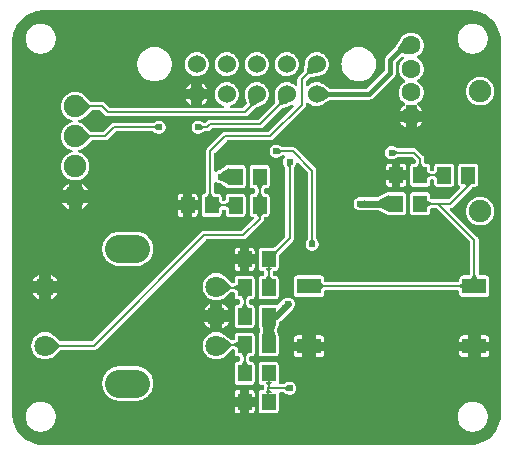
<source format=gtl>
G04 Layer: TopLayer*
G04 EasyEDA v6.4.25, 2021-09-30T02:39:23--7:00*
G04 cb1d7dd1d9244e3faa1512210410d729,1c607ed5ed934db7a0414c4b005609ca,10*
G04 Gerber Generator version 0.2*
G04 Scale: 100 percent, Rotated: No, Reflected: No *
G04 Dimensions in inches *
G04 leading zeros omitted , absolute positions ,3 integer and 6 decimal *
%FSLAX36Y36*%
%MOIN*%

%ADD11C,0.0160*%
%ADD12C,0.0080*%
%ADD13C,0.0240*%
%ADD14R,0.0457X0.0571*%
%ADD15R,0.0787X0.0512*%
%ADD16C,0.0630*%
%ADD17C,0.0748*%
%ADD18C,0.0709*%
%ADD19C,0.0600*%
%ADD20C,0.0945*%

%LPD*%
G36*
X115120Y-1459800D02*
G01*
X106180Y-1459420D01*
X97579Y-1458320D01*
X89120Y-1456540D01*
X80820Y-1454060D01*
X72760Y-1450900D01*
X64980Y-1447080D01*
X57539Y-1442640D01*
X50500Y-1437580D01*
X43900Y-1431980D01*
X37800Y-1425840D01*
X32200Y-1419220D01*
X27180Y-1412180D01*
X22759Y-1404720D01*
X18980Y-1396940D01*
X15840Y-1388860D01*
X13380Y-1380560D01*
X11620Y-1372080D01*
X10560Y-1363480D01*
X10200Y-1354720D01*
X10200Y-115280D01*
X10580Y-106180D01*
X11680Y-97579D01*
X13460Y-89120D01*
X15940Y-80820D01*
X19100Y-72760D01*
X22919Y-64980D01*
X27360Y-57539D01*
X32420Y-50500D01*
X38020Y-43900D01*
X44160Y-37800D01*
X50780Y-32200D01*
X57820Y-27180D01*
X65279Y-22759D01*
X73060Y-18980D01*
X81140Y-15840D01*
X89440Y-13380D01*
X97920Y-11620D01*
X106519Y-10560D01*
X115280Y-10200D01*
X1534720Y-10200D01*
X1543820Y-10580D01*
X1552420Y-11680D01*
X1560880Y-13460D01*
X1569180Y-15940D01*
X1577240Y-19100D01*
X1585020Y-22919D01*
X1592460Y-27360D01*
X1599500Y-32420D01*
X1606100Y-38020D01*
X1612200Y-44160D01*
X1617800Y-50780D01*
X1622820Y-57820D01*
X1627240Y-65279D01*
X1631020Y-73060D01*
X1634160Y-81140D01*
X1636620Y-89440D01*
X1638380Y-97920D01*
X1639440Y-106519D01*
X1639800Y-115280D01*
X1639800Y-1354720D01*
X1639420Y-1363820D01*
X1638320Y-1372420D01*
X1636540Y-1380880D01*
X1634060Y-1389180D01*
X1630900Y-1397240D01*
X1627080Y-1405020D01*
X1622640Y-1412460D01*
X1617580Y-1419500D01*
X1611980Y-1426100D01*
X1605840Y-1432200D01*
X1599220Y-1437800D01*
X1592180Y-1442820D01*
X1584720Y-1447240D01*
X1576940Y-1451020D01*
X1568860Y-1454160D01*
X1560560Y-1456620D01*
X1552080Y-1458380D01*
X1543480Y-1459440D01*
X1534720Y-1459800D01*
G37*

%LPC*%
G36*
X1545000Y-1415200D02*
G01*
X1551060Y-1414820D01*
X1557020Y-1413740D01*
X1562800Y-1411940D01*
X1568320Y-1409440D01*
X1573520Y-1406300D01*
X1578280Y-1402560D01*
X1582560Y-1398280D01*
X1586300Y-1393520D01*
X1589440Y-1388320D01*
X1591940Y-1382800D01*
X1593740Y-1377020D01*
X1594820Y-1371060D01*
X1595200Y-1365000D01*
X1594820Y-1358940D01*
X1593740Y-1352980D01*
X1591940Y-1347200D01*
X1589440Y-1341680D01*
X1586300Y-1336480D01*
X1582560Y-1331720D01*
X1578280Y-1327440D01*
X1573520Y-1323700D01*
X1568320Y-1320560D01*
X1562800Y-1318060D01*
X1557020Y-1316260D01*
X1551060Y-1315180D01*
X1545000Y-1314800D01*
X1538940Y-1315180D01*
X1532980Y-1316260D01*
X1527200Y-1318060D01*
X1521680Y-1320560D01*
X1516480Y-1323700D01*
X1511720Y-1327440D01*
X1507440Y-1331720D01*
X1503700Y-1336480D01*
X1500560Y-1341680D01*
X1498060Y-1347200D01*
X1496260Y-1352980D01*
X1495180Y-1358940D01*
X1494800Y-1365000D01*
X1495180Y-1371060D01*
X1496260Y-1377020D01*
X1498060Y-1382800D01*
X1500560Y-1388320D01*
X1503700Y-1393520D01*
X1507440Y-1398280D01*
X1511720Y-1402560D01*
X1516480Y-1406300D01*
X1521680Y-1409440D01*
X1527200Y-1411940D01*
X1532980Y-1413740D01*
X1538940Y-1414820D01*
G37*
G36*
X105000Y-1415200D02*
G01*
X111060Y-1414820D01*
X117020Y-1413740D01*
X122800Y-1411940D01*
X128320Y-1409440D01*
X133520Y-1406300D01*
X138280Y-1402560D01*
X142560Y-1398280D01*
X146300Y-1393520D01*
X149440Y-1388320D01*
X151940Y-1382800D01*
X153740Y-1377020D01*
X154820Y-1371060D01*
X155200Y-1365000D01*
X154820Y-1358940D01*
X153740Y-1352980D01*
X151940Y-1347200D01*
X149440Y-1341680D01*
X146300Y-1336480D01*
X142560Y-1331720D01*
X138280Y-1327440D01*
X133520Y-1323700D01*
X128320Y-1320560D01*
X122800Y-1318060D01*
X117020Y-1316260D01*
X111060Y-1315180D01*
X105000Y-1314800D01*
X98940Y-1315180D01*
X92980Y-1316260D01*
X87200Y-1318060D01*
X81679Y-1320560D01*
X76480Y-1323700D01*
X71720Y-1327440D01*
X67440Y-1331720D01*
X63700Y-1336480D01*
X60560Y-1341680D01*
X58060Y-1347200D01*
X56260Y-1352980D01*
X55180Y-1358940D01*
X54800Y-1365000D01*
X55180Y-1371060D01*
X56260Y-1377020D01*
X58060Y-1382800D01*
X60560Y-1388320D01*
X63700Y-1393520D01*
X67440Y-1398280D01*
X71720Y-1402560D01*
X76480Y-1406300D01*
X81679Y-1409440D01*
X87200Y-1411940D01*
X92980Y-1413740D01*
X98940Y-1414820D01*
G37*
G36*
X762400Y-1353760D02*
G01*
X771100Y-1353760D01*
X771100Y-1331780D01*
X751979Y-1331780D01*
X751979Y-1343320D01*
X752260Y-1345820D01*
X753000Y-1347960D01*
X754220Y-1349900D01*
X755840Y-1351500D01*
X757760Y-1352720D01*
X759920Y-1353480D01*
G37*
G36*
X798920Y-1353760D02*
G01*
X807620Y-1353760D01*
X810100Y-1353480D01*
X812260Y-1352720D01*
X814180Y-1351500D01*
X815800Y-1349900D01*
X817020Y-1347960D01*
X817760Y-1345820D01*
X818040Y-1343320D01*
X818040Y-1331780D01*
X798920Y-1331780D01*
G37*
G36*
X842400Y-1353760D02*
G01*
X887620Y-1353760D01*
X890100Y-1353480D01*
X892260Y-1352720D01*
X894180Y-1351500D01*
X895800Y-1349900D01*
X897020Y-1347960D01*
X897760Y-1345820D01*
X898040Y-1343320D01*
X898040Y-1288200D01*
X898340Y-1286660D01*
X899220Y-1285380D01*
X900520Y-1284500D01*
X902039Y-1284199D01*
X914760Y-1284199D01*
X915819Y-1284340D01*
X916800Y-1284760D01*
X921940Y-1287820D01*
X923900Y-1289220D01*
X927420Y-1290840D01*
X931140Y-1291840D01*
X935000Y-1292180D01*
X938860Y-1291840D01*
X942580Y-1290840D01*
X946100Y-1289220D01*
X949260Y-1287000D01*
X952000Y-1284259D01*
X954220Y-1281100D01*
X955840Y-1277580D01*
X956840Y-1273860D01*
X957180Y-1270000D01*
X956840Y-1266140D01*
X955840Y-1262420D01*
X954220Y-1258900D01*
X952000Y-1255740D01*
X949260Y-1253000D01*
X946100Y-1250780D01*
X942580Y-1249160D01*
X938860Y-1248160D01*
X935000Y-1247820D01*
X931140Y-1248160D01*
X927420Y-1249160D01*
X923900Y-1250780D01*
X921680Y-1252340D01*
X916800Y-1255240D01*
X915819Y-1255660D01*
X914760Y-1255800D01*
X901640Y-1255800D01*
X900000Y-1255440D01*
X898660Y-1254460D01*
X897820Y-1253000D01*
X897680Y-1251320D01*
X898040Y-1248300D01*
X898040Y-1191680D01*
X897760Y-1189200D01*
X897000Y-1187040D01*
X895780Y-1185120D01*
X894180Y-1183500D01*
X892240Y-1182280D01*
X890100Y-1181540D01*
X887620Y-1181260D01*
X842380Y-1181260D01*
X839900Y-1181540D01*
X837760Y-1182280D01*
X835819Y-1183500D01*
X834220Y-1185120D01*
X833000Y-1187040D01*
X832240Y-1189200D01*
X831960Y-1191680D01*
X831960Y-1248320D01*
X832240Y-1250800D01*
X833000Y-1252960D01*
X834220Y-1254880D01*
X835819Y-1256500D01*
X837760Y-1257720D01*
X839900Y-1258460D01*
X842380Y-1258740D01*
X846000Y-1258740D01*
X847440Y-1259020D01*
X848700Y-1259800D01*
X849580Y-1260980D01*
X850420Y-1262920D01*
X850520Y-1263840D01*
X850480Y-1271060D01*
X850040Y-1272840D01*
X849419Y-1274080D01*
X848540Y-1275240D01*
X847300Y-1276000D01*
X845860Y-1276260D01*
X842400Y-1276260D01*
X839920Y-1276540D01*
X837760Y-1277300D01*
X835840Y-1278520D01*
X834220Y-1280120D01*
X833000Y-1282060D01*
X832260Y-1284199D01*
X831979Y-1286699D01*
X831979Y-1343320D01*
X832260Y-1345820D01*
X833000Y-1347960D01*
X834220Y-1349900D01*
X835840Y-1351500D01*
X837760Y-1352720D01*
X839920Y-1353480D01*
G37*
G36*
X367720Y-1311860D02*
G01*
X422600Y-1311860D01*
X429159Y-1311480D01*
X435500Y-1310400D01*
X441680Y-1308620D01*
X447640Y-1306160D01*
X453280Y-1303040D01*
X458540Y-1299319D01*
X463340Y-1295020D01*
X467620Y-1290220D01*
X471360Y-1284960D01*
X474460Y-1279340D01*
X476940Y-1273380D01*
X478720Y-1267200D01*
X479799Y-1260840D01*
X480160Y-1254420D01*
X479799Y-1247980D01*
X478720Y-1241620D01*
X476940Y-1235440D01*
X474460Y-1229480D01*
X471360Y-1223860D01*
X467620Y-1218600D01*
X463340Y-1213800D01*
X458540Y-1209500D01*
X453280Y-1205780D01*
X447640Y-1202660D01*
X441680Y-1200200D01*
X435500Y-1198420D01*
X429159Y-1197340D01*
X422600Y-1196960D01*
X367720Y-1196960D01*
X361180Y-1197340D01*
X354820Y-1198420D01*
X348640Y-1200200D01*
X342680Y-1202660D01*
X337040Y-1205780D01*
X331780Y-1209500D01*
X326980Y-1213800D01*
X322700Y-1218600D01*
X318960Y-1223860D01*
X315860Y-1229480D01*
X313380Y-1235440D01*
X311600Y-1241620D01*
X310520Y-1247980D01*
X310160Y-1254420D01*
X310520Y-1260840D01*
X311600Y-1267200D01*
X313380Y-1273380D01*
X315860Y-1279340D01*
X318960Y-1284960D01*
X322700Y-1290220D01*
X326980Y-1295020D01*
X331780Y-1299319D01*
X337040Y-1303040D01*
X342680Y-1306160D01*
X348640Y-1308620D01*
X354820Y-1310400D01*
X361180Y-1311480D01*
G37*
G36*
X751979Y-1298240D02*
G01*
X771100Y-1298240D01*
X771100Y-1276260D01*
X762400Y-1276260D01*
X759920Y-1276540D01*
X757760Y-1277300D01*
X755840Y-1278520D01*
X754220Y-1280120D01*
X753000Y-1282060D01*
X752260Y-1284199D01*
X751979Y-1286699D01*
G37*
G36*
X798920Y-1298240D02*
G01*
X818040Y-1298240D01*
X818040Y-1286699D01*
X817760Y-1284199D01*
X817020Y-1282060D01*
X815800Y-1280120D01*
X814180Y-1278520D01*
X812260Y-1277300D01*
X810100Y-1276540D01*
X807620Y-1276260D01*
X798920Y-1276260D01*
G37*
G36*
X762380Y-1258740D02*
G01*
X807620Y-1258740D01*
X810100Y-1258460D01*
X812240Y-1257720D01*
X814180Y-1256500D01*
X815780Y-1254880D01*
X817000Y-1252960D01*
X817760Y-1250800D01*
X818040Y-1248320D01*
X818040Y-1191680D01*
X817760Y-1189200D01*
X817000Y-1187040D01*
X815780Y-1185120D01*
X814180Y-1183500D01*
X812240Y-1182280D01*
X810100Y-1181540D01*
X807620Y-1181260D01*
X803780Y-1181260D01*
X802340Y-1180980D01*
X801080Y-1180220D01*
X800200Y-1179040D01*
X799300Y-1177020D01*
X799200Y-1176100D01*
X799200Y-1168900D01*
X799620Y-1167100D01*
X800200Y-1165960D01*
X801080Y-1164780D01*
X802340Y-1164020D01*
X803780Y-1163740D01*
X807620Y-1163740D01*
X810100Y-1163460D01*
X812240Y-1162720D01*
X814180Y-1161500D01*
X815780Y-1159880D01*
X817000Y-1157960D01*
X817760Y-1155800D01*
X818040Y-1153320D01*
X818040Y-1096680D01*
X817760Y-1094200D01*
X817000Y-1092040D01*
X815780Y-1090120D01*
X814180Y-1088500D01*
X812240Y-1087280D01*
X810100Y-1086540D01*
X807620Y-1086260D01*
X762380Y-1086260D01*
X759900Y-1086540D01*
X757760Y-1087280D01*
X755819Y-1088500D01*
X754220Y-1090120D01*
X753000Y-1092040D01*
X752240Y-1094200D01*
X751960Y-1096680D01*
X751960Y-1106220D01*
X751700Y-1107660D01*
X750920Y-1108920D01*
X749760Y-1109800D01*
X747740Y-1110700D01*
X746820Y-1110800D01*
X743180Y-1110800D01*
X741880Y-1110580D01*
X740699Y-1109940D01*
X717320Y-1091560D01*
X712420Y-1088440D01*
X707220Y-1086000D01*
X701780Y-1084220D01*
X696140Y-1083160D01*
X690440Y-1082800D01*
X684560Y-1083180D01*
X679080Y-1084220D01*
X673640Y-1086000D01*
X668439Y-1088440D01*
X663620Y-1091500D01*
X659200Y-1095160D01*
X655280Y-1099340D01*
X651900Y-1103980D01*
X649140Y-1109000D01*
X647039Y-1114320D01*
X645620Y-1119880D01*
X644900Y-1125560D01*
X644900Y-1131280D01*
X645620Y-1136960D01*
X647039Y-1142520D01*
X649140Y-1147840D01*
X651900Y-1152860D01*
X655280Y-1157500D01*
X659200Y-1161680D01*
X663620Y-1165340D01*
X668439Y-1168400D01*
X673640Y-1170840D01*
X679080Y-1172620D01*
X684720Y-1173680D01*
X690420Y-1174040D01*
X696140Y-1173680D01*
X701780Y-1172620D01*
X707220Y-1170840D01*
X712420Y-1168400D01*
X717240Y-1165340D01*
X721720Y-1161620D01*
X723120Y-1160260D01*
X742020Y-1140440D01*
X743340Y-1139520D01*
X744920Y-1139200D01*
X746820Y-1139200D01*
X748600Y-1139620D01*
X749760Y-1140200D01*
X750920Y-1141080D01*
X751700Y-1142340D01*
X751960Y-1143780D01*
X751960Y-1153320D01*
X752240Y-1155800D01*
X753000Y-1157960D01*
X754220Y-1159880D01*
X755819Y-1161500D01*
X757760Y-1162720D01*
X759900Y-1163460D01*
X762380Y-1163740D01*
X766220Y-1163740D01*
X767660Y-1164020D01*
X768920Y-1164780D01*
X769800Y-1165960D01*
X770699Y-1167980D01*
X770800Y-1168900D01*
X770800Y-1176100D01*
X770380Y-1177900D01*
X769800Y-1179040D01*
X768920Y-1180220D01*
X767660Y-1180980D01*
X766220Y-1181260D01*
X762380Y-1181260D01*
X759900Y-1181540D01*
X757760Y-1182280D01*
X755819Y-1183500D01*
X754220Y-1185120D01*
X753000Y-1187040D01*
X752240Y-1189200D01*
X751960Y-1191680D01*
X751960Y-1248320D01*
X752240Y-1250800D01*
X753000Y-1252960D01*
X754220Y-1254880D01*
X755819Y-1256500D01*
X757760Y-1257720D01*
X759900Y-1258460D01*
G37*
G36*
X119580Y-1174040D02*
G01*
X125280Y-1173680D01*
X130920Y-1172620D01*
X136360Y-1170840D01*
X141560Y-1168400D01*
X146380Y-1165340D01*
X150060Y-1162380D01*
X170620Y-1143640D01*
X171860Y-1142860D01*
X173320Y-1142600D01*
X281400Y-1142600D01*
X284540Y-1142260D01*
X287360Y-1141360D01*
X289980Y-1139840D01*
X291760Y-1138320D01*
X654720Y-775380D01*
X656000Y-774500D01*
X657540Y-774200D01*
X779800Y-774200D01*
X782940Y-773860D01*
X785759Y-772960D01*
X788379Y-771440D01*
X790160Y-769920D01*
X844900Y-715180D01*
X846900Y-712720D01*
X848240Y-710080D01*
X849020Y-707159D01*
X849300Y-702980D01*
X850200Y-700960D01*
X851080Y-699780D01*
X852340Y-699020D01*
X853780Y-698740D01*
X857620Y-698740D01*
X860100Y-698460D01*
X862240Y-697720D01*
X864180Y-696500D01*
X865780Y-694880D01*
X867000Y-692960D01*
X867760Y-690800D01*
X868040Y-688319D01*
X868040Y-631680D01*
X867760Y-629200D01*
X867000Y-627040D01*
X865780Y-625120D01*
X864180Y-623500D01*
X862240Y-622280D01*
X860100Y-621540D01*
X857620Y-621260D01*
X853780Y-621260D01*
X852340Y-620980D01*
X851080Y-620220D01*
X850200Y-619040D01*
X849300Y-617020D01*
X849200Y-616100D01*
X849200Y-608900D01*
X849620Y-607100D01*
X850200Y-605960D01*
X851080Y-604780D01*
X852340Y-604020D01*
X853780Y-603740D01*
X857620Y-603740D01*
X860100Y-603460D01*
X862240Y-602720D01*
X864180Y-601500D01*
X865780Y-599880D01*
X867000Y-597960D01*
X867760Y-595800D01*
X868040Y-593320D01*
X868040Y-536680D01*
X867760Y-534200D01*
X867000Y-532040D01*
X865780Y-530120D01*
X864180Y-528500D01*
X862240Y-527280D01*
X860100Y-526540D01*
X857620Y-526260D01*
X812380Y-526260D01*
X809900Y-526540D01*
X807760Y-527280D01*
X805819Y-528500D01*
X804220Y-530120D01*
X803000Y-532040D01*
X802240Y-534200D01*
X801960Y-536680D01*
X801960Y-593320D01*
X802240Y-595800D01*
X803000Y-597960D01*
X804220Y-599880D01*
X805819Y-601500D01*
X807760Y-602720D01*
X809900Y-603460D01*
X812380Y-603740D01*
X816220Y-603740D01*
X817660Y-604020D01*
X818920Y-604780D01*
X819800Y-605960D01*
X820699Y-607980D01*
X820800Y-608900D01*
X820800Y-616100D01*
X820380Y-617900D01*
X819800Y-619040D01*
X818920Y-620220D01*
X817660Y-620980D01*
X816220Y-621260D01*
X812380Y-621260D01*
X809900Y-621540D01*
X807760Y-622280D01*
X805819Y-623500D01*
X804220Y-625120D01*
X803000Y-627040D01*
X802240Y-629200D01*
X801960Y-631680D01*
X801960Y-688319D01*
X802240Y-690800D01*
X803000Y-692960D01*
X804220Y-694880D01*
X805819Y-696500D01*
X807760Y-697720D01*
X809900Y-698460D01*
X812039Y-698700D01*
X813460Y-699140D01*
X814620Y-700060D01*
X815360Y-701360D01*
X815580Y-702820D01*
X815240Y-704280D01*
X814419Y-705500D01*
X775280Y-744620D01*
X774000Y-745500D01*
X772460Y-745800D01*
X650200Y-745800D01*
X647060Y-746140D01*
X644240Y-747039D01*
X641620Y-748560D01*
X639840Y-750080D01*
X276880Y-1113020D01*
X275600Y-1113900D01*
X274060Y-1114200D01*
X173299Y-1114200D01*
X171860Y-1113940D01*
X170600Y-1113160D01*
X150000Y-1094420D01*
X146380Y-1091500D01*
X141560Y-1088440D01*
X136360Y-1086000D01*
X130920Y-1084220D01*
X125280Y-1083160D01*
X119580Y-1082800D01*
X113859Y-1083160D01*
X108219Y-1084220D01*
X102780Y-1086000D01*
X97579Y-1088440D01*
X92760Y-1091500D01*
X88340Y-1095160D01*
X84420Y-1099340D01*
X81039Y-1103980D01*
X78280Y-1109000D01*
X76180Y-1114320D01*
X74760Y-1119880D01*
X74040Y-1125560D01*
X74040Y-1131280D01*
X74760Y-1136960D01*
X76180Y-1142520D01*
X78280Y-1147840D01*
X81039Y-1152860D01*
X84420Y-1157500D01*
X88340Y-1161680D01*
X92760Y-1165340D01*
X97579Y-1168400D01*
X102780Y-1170840D01*
X108219Y-1172620D01*
X113859Y-1173680D01*
G37*
G36*
X1021600Y-1165800D02*
G01*
X1038560Y-1165800D01*
X1041040Y-1165520D01*
X1043199Y-1164760D01*
X1045120Y-1163540D01*
X1046740Y-1161940D01*
X1047940Y-1160000D01*
X1048700Y-1157860D01*
X1048980Y-1155360D01*
X1048980Y-1145300D01*
X1021600Y-1145300D01*
G37*
G36*
X1511440Y-1165800D02*
G01*
X1528400Y-1165800D01*
X1528400Y-1145300D01*
X1501020Y-1145300D01*
X1501020Y-1155360D01*
X1501300Y-1157860D01*
X1502060Y-1160000D01*
X1503260Y-1161940D01*
X1504880Y-1163540D01*
X1506800Y-1164760D01*
X1508959Y-1165520D01*
G37*
G36*
X960260Y-1165800D02*
G01*
X977220Y-1165800D01*
X977220Y-1145300D01*
X949840Y-1145300D01*
X949840Y-1155360D01*
X950120Y-1157860D01*
X950879Y-1160000D01*
X952080Y-1161940D01*
X953700Y-1163540D01*
X955620Y-1164760D01*
X957780Y-1165520D01*
G37*
G36*
X1572780Y-1165800D02*
G01*
X1589740Y-1165800D01*
X1592220Y-1165520D01*
X1594379Y-1164760D01*
X1596300Y-1163540D01*
X1597920Y-1161940D01*
X1599120Y-1160000D01*
X1599880Y-1157860D01*
X1600160Y-1155360D01*
X1600160Y-1145300D01*
X1572780Y-1145300D01*
G37*
G36*
X842380Y-1163740D02*
G01*
X887620Y-1163740D01*
X890100Y-1163460D01*
X892240Y-1162720D01*
X894180Y-1161500D01*
X895780Y-1159880D01*
X897000Y-1157960D01*
X897760Y-1155800D01*
X898040Y-1153320D01*
X898040Y-1096680D01*
X897740Y-1094040D01*
X893120Y-1078660D01*
X892960Y-1077500D01*
X893120Y-1076340D01*
X897560Y-1061640D01*
X897980Y-1059700D01*
X898940Y-1052260D01*
X899539Y-1050620D01*
X900800Y-1049380D01*
X902740Y-1048160D01*
X904260Y-1047000D01*
X905759Y-1045639D01*
X945639Y-1005759D01*
X947000Y-1004260D01*
X948180Y-1002740D01*
X949220Y-1001100D01*
X950120Y-999380D01*
X950860Y-997600D01*
X951440Y-995740D01*
X951860Y-993860D01*
X952120Y-991940D01*
X952200Y-990000D01*
X952120Y-988060D01*
X951860Y-986140D01*
X951440Y-984260D01*
X950860Y-982400D01*
X950120Y-980620D01*
X949220Y-978900D01*
X948180Y-977260D01*
X947000Y-975740D01*
X945699Y-974300D01*
X944260Y-973000D01*
X942740Y-971820D01*
X941100Y-970780D01*
X939380Y-969880D01*
X937600Y-969140D01*
X935740Y-968560D01*
X933860Y-968139D01*
X931940Y-967880D01*
X930000Y-967800D01*
X928060Y-967880D01*
X926140Y-968139D01*
X924260Y-968560D01*
X922400Y-969140D01*
X920620Y-969880D01*
X918900Y-970780D01*
X917260Y-971820D01*
X915740Y-973000D01*
X914240Y-974360D01*
X897000Y-991600D01*
X895759Y-992440D01*
X894280Y-992780D01*
X892800Y-992540D01*
X890080Y-991540D01*
X887620Y-991260D01*
X842380Y-991260D01*
X839900Y-991540D01*
X837760Y-992280D01*
X835819Y-993500D01*
X834220Y-995120D01*
X833000Y-997039D01*
X832240Y-999200D01*
X831960Y-1001680D01*
X831960Y-1058320D01*
X832260Y-1060960D01*
X836880Y-1076340D01*
X837039Y-1077500D01*
X836880Y-1078660D01*
X832260Y-1094040D01*
X831960Y-1096700D01*
X831960Y-1153320D01*
X832240Y-1155800D01*
X833000Y-1157960D01*
X834220Y-1159880D01*
X835819Y-1161500D01*
X837760Y-1162720D01*
X839900Y-1163460D01*
G37*
G36*
X1501020Y-1114700D02*
G01*
X1528400Y-1114700D01*
X1528400Y-1094200D01*
X1511440Y-1094200D01*
X1508959Y-1094480D01*
X1506800Y-1095240D01*
X1504880Y-1096460D01*
X1503260Y-1098060D01*
X1502060Y-1100000D01*
X1501300Y-1102140D01*
X1501020Y-1104640D01*
G37*
G36*
X949840Y-1114700D02*
G01*
X977220Y-1114700D01*
X977220Y-1094200D01*
X960260Y-1094200D01*
X957780Y-1094480D01*
X955620Y-1095240D01*
X953700Y-1096460D01*
X952080Y-1098060D01*
X950879Y-1100000D01*
X950120Y-1102140D01*
X949840Y-1104640D01*
G37*
G36*
X1572780Y-1114700D02*
G01*
X1600160Y-1114700D01*
X1600160Y-1104640D01*
X1599880Y-1102140D01*
X1599120Y-1100000D01*
X1597920Y-1098060D01*
X1596300Y-1096460D01*
X1594379Y-1095240D01*
X1592220Y-1094480D01*
X1589740Y-1094200D01*
X1572780Y-1094200D01*
G37*
G36*
X1021600Y-1114700D02*
G01*
X1048980Y-1114700D01*
X1048980Y-1104640D01*
X1048700Y-1102140D01*
X1047940Y-1100000D01*
X1046740Y-1098060D01*
X1045120Y-1096460D01*
X1043199Y-1095240D01*
X1041040Y-1094480D01*
X1038560Y-1094200D01*
X1021600Y-1094200D01*
G37*
G36*
X670220Y-1070820D02*
G01*
X670220Y-1050220D01*
X649580Y-1050220D01*
X651900Y-1054440D01*
X655280Y-1059080D01*
X659200Y-1063260D01*
X663620Y-1066920D01*
X668439Y-1069980D01*
G37*
G36*
X710639Y-1070820D02*
G01*
X712420Y-1069980D01*
X717240Y-1066920D01*
X721660Y-1063260D01*
X725580Y-1059080D01*
X728960Y-1054440D01*
X731280Y-1050220D01*
X710639Y-1050220D01*
G37*
G36*
X762380Y-1068740D02*
G01*
X807620Y-1068740D01*
X810100Y-1068460D01*
X812240Y-1067720D01*
X814180Y-1066500D01*
X815780Y-1064880D01*
X817000Y-1062960D01*
X817760Y-1060800D01*
X818040Y-1058320D01*
X818040Y-1001680D01*
X817760Y-999200D01*
X817000Y-997039D01*
X815780Y-995120D01*
X814180Y-993500D01*
X812240Y-992280D01*
X810100Y-991540D01*
X807620Y-991260D01*
X803780Y-991260D01*
X802340Y-990980D01*
X801080Y-990220D01*
X800200Y-989040D01*
X799300Y-987020D01*
X799200Y-986100D01*
X799200Y-978900D01*
X799620Y-977099D01*
X800200Y-975960D01*
X801080Y-974780D01*
X802340Y-974020D01*
X803780Y-973740D01*
X807620Y-973740D01*
X810100Y-973460D01*
X812240Y-972720D01*
X814180Y-971500D01*
X815780Y-969880D01*
X817000Y-967960D01*
X817760Y-965800D01*
X818040Y-963319D01*
X818040Y-906680D01*
X817760Y-904200D01*
X817000Y-902039D01*
X815780Y-900120D01*
X814180Y-898500D01*
X812240Y-897280D01*
X810100Y-896540D01*
X807620Y-896260D01*
X762380Y-896260D01*
X759900Y-896540D01*
X757760Y-897280D01*
X755819Y-898500D01*
X754220Y-900120D01*
X753000Y-902039D01*
X752240Y-904200D01*
X751960Y-906680D01*
X751960Y-916220D01*
X751700Y-917660D01*
X750920Y-918920D01*
X749760Y-919800D01*
X747740Y-920699D01*
X746820Y-920800D01*
X744920Y-920800D01*
X743340Y-920480D01*
X742020Y-919560D01*
X723120Y-899740D01*
X721720Y-898360D01*
X717240Y-894659D01*
X712420Y-891580D01*
X707220Y-889140D01*
X701780Y-887380D01*
X696140Y-886300D01*
X690420Y-885939D01*
X684720Y-886300D01*
X679080Y-887380D01*
X673640Y-889140D01*
X668439Y-891580D01*
X663620Y-894659D01*
X659200Y-898319D01*
X655280Y-902480D01*
X651900Y-907120D01*
X649140Y-912140D01*
X647039Y-917480D01*
X645620Y-923020D01*
X644900Y-928700D01*
X644900Y-934440D01*
X645620Y-940120D01*
X647039Y-945660D01*
X649140Y-951000D01*
X651900Y-956020D01*
X655280Y-960660D01*
X659200Y-964820D01*
X663620Y-968480D01*
X668439Y-971560D01*
X673640Y-974000D01*
X679080Y-975759D01*
X684720Y-976840D01*
X690420Y-977200D01*
X696280Y-976800D01*
X701780Y-975759D01*
X707220Y-974000D01*
X712420Y-971560D01*
X717320Y-968439D01*
X740699Y-950060D01*
X741880Y-949419D01*
X743180Y-949200D01*
X746820Y-949200D01*
X748600Y-949620D01*
X749760Y-950200D01*
X750920Y-951080D01*
X751700Y-952340D01*
X751960Y-953780D01*
X751960Y-963319D01*
X752240Y-965800D01*
X753000Y-967960D01*
X754220Y-969880D01*
X755819Y-971500D01*
X757760Y-972720D01*
X759900Y-973460D01*
X762380Y-973740D01*
X766220Y-973740D01*
X767660Y-974020D01*
X768920Y-974780D01*
X769800Y-975960D01*
X770699Y-977980D01*
X770800Y-978900D01*
X770800Y-986100D01*
X770380Y-987900D01*
X769800Y-989040D01*
X768920Y-990220D01*
X767660Y-990980D01*
X766220Y-991260D01*
X762380Y-991260D01*
X759900Y-991540D01*
X757760Y-992280D01*
X755819Y-993500D01*
X754220Y-995120D01*
X753000Y-997039D01*
X752240Y-999200D01*
X751960Y-1001680D01*
X751960Y-1058320D01*
X752240Y-1060800D01*
X753000Y-1062960D01*
X754220Y-1064880D01*
X755819Y-1066500D01*
X757760Y-1067720D01*
X759900Y-1068460D01*
G37*
G36*
X710639Y-1009780D02*
G01*
X731280Y-1009780D01*
X728960Y-1005560D01*
X725580Y-1000920D01*
X721660Y-996740D01*
X717240Y-993080D01*
X712420Y-990020D01*
X710639Y-989180D01*
G37*
G36*
X649580Y-1009780D02*
G01*
X670220Y-1009780D01*
X670220Y-989180D01*
X668439Y-990020D01*
X663620Y-993080D01*
X659200Y-996740D01*
X655280Y-1000920D01*
X651900Y-1005560D01*
G37*
G36*
X842380Y-973740D02*
G01*
X887620Y-973740D01*
X890100Y-973460D01*
X892240Y-972720D01*
X894180Y-971500D01*
X895780Y-969880D01*
X897000Y-967960D01*
X897760Y-965800D01*
X898040Y-963319D01*
X898040Y-906680D01*
X897760Y-904200D01*
X897000Y-902039D01*
X895780Y-900120D01*
X894180Y-898500D01*
X892240Y-897280D01*
X890100Y-896540D01*
X887620Y-896260D01*
X883780Y-896260D01*
X882340Y-895980D01*
X881080Y-895220D01*
X880200Y-894040D01*
X879300Y-892020D01*
X879200Y-891100D01*
X879200Y-883900D01*
X879620Y-882099D01*
X880200Y-880960D01*
X881080Y-879780D01*
X882340Y-879020D01*
X883780Y-878740D01*
X887620Y-878740D01*
X890100Y-878460D01*
X892240Y-877720D01*
X894180Y-876500D01*
X895780Y-874880D01*
X897000Y-872960D01*
X897760Y-870800D01*
X898040Y-868319D01*
X898040Y-831820D01*
X898240Y-830580D01*
X898820Y-829460D01*
X907820Y-817260D01*
X944900Y-780180D01*
X946900Y-777720D01*
X948240Y-775080D01*
X949020Y-772159D01*
X949200Y-769840D01*
X949200Y-535240D01*
X949340Y-534180D01*
X949760Y-533200D01*
X952820Y-528080D01*
X954220Y-526100D01*
X955840Y-522580D01*
X956520Y-520080D01*
X957280Y-518600D01*
X958560Y-517560D01*
X960180Y-517120D01*
X961820Y-517380D01*
X963199Y-518300D01*
X994620Y-549720D01*
X995500Y-551000D01*
X995800Y-552540D01*
X995800Y-769760D01*
X995660Y-770819D01*
X995240Y-771800D01*
X992180Y-776940D01*
X990780Y-778900D01*
X989160Y-782420D01*
X988160Y-786140D01*
X987820Y-790000D01*
X988160Y-793860D01*
X989160Y-797580D01*
X990780Y-801100D01*
X993000Y-804260D01*
X995740Y-807000D01*
X998900Y-809220D01*
X1002420Y-810840D01*
X1006140Y-811840D01*
X1010000Y-812180D01*
X1013860Y-811840D01*
X1017580Y-810840D01*
X1021100Y-809220D01*
X1024260Y-807000D01*
X1027000Y-804260D01*
X1029220Y-801100D01*
X1030840Y-797580D01*
X1031840Y-793860D01*
X1032180Y-790000D01*
X1031840Y-786140D01*
X1030840Y-782420D01*
X1029220Y-778900D01*
X1027660Y-776680D01*
X1024760Y-771800D01*
X1024340Y-770819D01*
X1024200Y-769760D01*
X1024200Y-545200D01*
X1023860Y-542060D01*
X1022960Y-539240D01*
X1021440Y-536620D01*
X1019920Y-534840D01*
X955180Y-470100D01*
X952720Y-468100D01*
X950080Y-466760D01*
X947159Y-465980D01*
X944840Y-465800D01*
X910240Y-465800D01*
X909180Y-465660D01*
X908199Y-465240D01*
X903080Y-462180D01*
X901100Y-460780D01*
X897580Y-459159D01*
X893860Y-458160D01*
X890000Y-457819D01*
X886140Y-458160D01*
X882420Y-459159D01*
X878900Y-460780D01*
X875740Y-463000D01*
X873000Y-465740D01*
X870780Y-468900D01*
X869160Y-472420D01*
X868160Y-476140D01*
X867820Y-480000D01*
X868160Y-483860D01*
X869160Y-487580D01*
X870780Y-491100D01*
X873000Y-494260D01*
X875740Y-497000D01*
X878900Y-499219D01*
X882420Y-500840D01*
X886140Y-501840D01*
X890000Y-502180D01*
X893860Y-501840D01*
X897580Y-500840D01*
X901100Y-499219D01*
X903319Y-497660D01*
X908199Y-494760D01*
X909180Y-494340D01*
X910240Y-494200D01*
X914900Y-494200D01*
X916600Y-494580D01*
X917960Y-495620D01*
X918760Y-497160D01*
X918840Y-498900D01*
X918180Y-500500D01*
X915780Y-503900D01*
X914160Y-507420D01*
X913160Y-511140D01*
X912820Y-515000D01*
X913160Y-518860D01*
X914160Y-522580D01*
X915780Y-526100D01*
X917340Y-528320D01*
X920240Y-533200D01*
X920660Y-534180D01*
X920800Y-535240D01*
X920800Y-762460D01*
X920500Y-764000D01*
X919620Y-765280D01*
X884800Y-800100D01*
X883500Y-800960D01*
X881979Y-801260D01*
X842380Y-801260D01*
X839900Y-801540D01*
X837760Y-802280D01*
X835819Y-803500D01*
X834220Y-805120D01*
X833000Y-807039D01*
X832240Y-809200D01*
X831960Y-811680D01*
X831960Y-868319D01*
X832240Y-870800D01*
X833000Y-872960D01*
X834220Y-874880D01*
X835819Y-876500D01*
X837760Y-877720D01*
X839900Y-878460D01*
X842380Y-878740D01*
X846220Y-878740D01*
X847660Y-879020D01*
X848920Y-879780D01*
X849800Y-880960D01*
X850699Y-882980D01*
X850800Y-883900D01*
X850800Y-891100D01*
X850380Y-892900D01*
X849800Y-894040D01*
X848920Y-895220D01*
X847660Y-895980D01*
X846220Y-896260D01*
X842380Y-896260D01*
X839900Y-896540D01*
X837760Y-897280D01*
X835819Y-898500D01*
X834220Y-900120D01*
X833000Y-902039D01*
X832240Y-904200D01*
X831960Y-906680D01*
X831960Y-963319D01*
X832240Y-965800D01*
X833000Y-967960D01*
X834220Y-969880D01*
X835819Y-971500D01*
X837760Y-972720D01*
X839900Y-973460D01*
G37*
G36*
X139780Y-972380D02*
G01*
X141560Y-971560D01*
X146380Y-968480D01*
X150800Y-964820D01*
X154720Y-960660D01*
X158100Y-956020D01*
X160420Y-951780D01*
X139780Y-951780D01*
G37*
G36*
X99360Y-972380D02*
G01*
X99360Y-951780D01*
X78720Y-951780D01*
X81039Y-956020D01*
X84420Y-960660D01*
X88340Y-964820D01*
X92760Y-968480D01*
X97579Y-971560D01*
G37*
G36*
X960260Y-965800D02*
G01*
X1038560Y-965800D01*
X1041040Y-965520D01*
X1043199Y-964760D01*
X1045120Y-963540D01*
X1046740Y-961940D01*
X1047940Y-960000D01*
X1048700Y-957860D01*
X1048980Y-955360D01*
X1048980Y-948780D01*
X1049240Y-947340D01*
X1050020Y-946080D01*
X1051200Y-945200D01*
X1053220Y-944300D01*
X1054140Y-944200D01*
X1495860Y-944200D01*
X1497660Y-944620D01*
X1498800Y-945200D01*
X1499980Y-946080D01*
X1500760Y-947340D01*
X1501020Y-948780D01*
X1501020Y-955360D01*
X1501300Y-957860D01*
X1502060Y-960000D01*
X1503260Y-961940D01*
X1504880Y-963540D01*
X1506800Y-964760D01*
X1508959Y-965520D01*
X1511440Y-965800D01*
X1589740Y-965800D01*
X1592220Y-965520D01*
X1594379Y-964760D01*
X1596300Y-963540D01*
X1597920Y-961940D01*
X1599120Y-960000D01*
X1599880Y-957860D01*
X1600160Y-955360D01*
X1600160Y-904640D01*
X1599880Y-902140D01*
X1599120Y-900000D01*
X1597920Y-898060D01*
X1596300Y-896460D01*
X1594379Y-895240D01*
X1592220Y-894479D01*
X1589740Y-894200D01*
X1569379Y-894200D01*
X1567940Y-893940D01*
X1566680Y-893160D01*
X1565800Y-892000D01*
X1564900Y-889980D01*
X1564800Y-889060D01*
X1564800Y-775800D01*
X1564460Y-772660D01*
X1563560Y-769840D01*
X1562040Y-767220D01*
X1560520Y-765440D01*
X1470740Y-675660D01*
X1469840Y-674280D01*
X1469560Y-672680D01*
X1469960Y-671100D01*
X1470940Y-669800D01*
X1472380Y-669000D01*
X1475780Y-667940D01*
X1478380Y-666440D01*
X1480160Y-664920D01*
X1539900Y-605180D01*
X1541920Y-602680D01*
X1542900Y-600840D01*
X1543800Y-599740D01*
X1545020Y-599000D01*
X1546420Y-598740D01*
X1552620Y-598740D01*
X1555100Y-598460D01*
X1557240Y-597720D01*
X1559180Y-596500D01*
X1560780Y-594880D01*
X1562000Y-592960D01*
X1562760Y-590800D01*
X1563040Y-588320D01*
X1563040Y-531680D01*
X1562760Y-529200D01*
X1562000Y-527040D01*
X1560780Y-525120D01*
X1559180Y-523500D01*
X1557240Y-522280D01*
X1555100Y-521540D01*
X1552620Y-521260D01*
X1507380Y-521260D01*
X1504900Y-521540D01*
X1502760Y-522280D01*
X1500820Y-523500D01*
X1499220Y-525120D01*
X1498000Y-527040D01*
X1497240Y-529200D01*
X1496960Y-531680D01*
X1496960Y-588320D01*
X1497240Y-590800D01*
X1498000Y-592960D01*
X1499220Y-594880D01*
X1500820Y-596500D01*
X1502300Y-597720D01*
X1502940Y-599000D01*
X1503100Y-600420D01*
X1502760Y-601800D01*
X1501940Y-602980D01*
X1465280Y-639620D01*
X1464000Y-640500D01*
X1462460Y-640800D01*
X1408180Y-640800D01*
X1406399Y-640380D01*
X1405240Y-639800D01*
X1404079Y-638920D01*
X1403300Y-637660D01*
X1403040Y-636220D01*
X1403040Y-626680D01*
X1402760Y-624200D01*
X1402000Y-622040D01*
X1400780Y-620120D01*
X1399180Y-618500D01*
X1397240Y-617280D01*
X1395100Y-616540D01*
X1392620Y-616260D01*
X1347380Y-616260D01*
X1344900Y-616540D01*
X1342760Y-617280D01*
X1340820Y-618500D01*
X1339220Y-620120D01*
X1338000Y-622040D01*
X1337240Y-624200D01*
X1336960Y-626680D01*
X1336960Y-683319D01*
X1337240Y-685800D01*
X1338000Y-687960D01*
X1339220Y-689880D01*
X1340820Y-691500D01*
X1342760Y-692720D01*
X1344900Y-693460D01*
X1347380Y-693740D01*
X1392620Y-693740D01*
X1395100Y-693460D01*
X1397240Y-692720D01*
X1399180Y-691500D01*
X1400780Y-689880D01*
X1402000Y-687960D01*
X1402760Y-685800D01*
X1403040Y-683319D01*
X1403040Y-673780D01*
X1403300Y-672340D01*
X1404079Y-671080D01*
X1405240Y-670200D01*
X1407260Y-669300D01*
X1408180Y-669200D01*
X1422460Y-669200D01*
X1424000Y-669500D01*
X1425280Y-670380D01*
X1535220Y-780320D01*
X1536100Y-781600D01*
X1536399Y-783139D01*
X1536399Y-889060D01*
X1535980Y-890840D01*
X1535400Y-892000D01*
X1534520Y-893160D01*
X1533260Y-893940D01*
X1531819Y-894200D01*
X1511440Y-894200D01*
X1508959Y-894479D01*
X1506800Y-895240D01*
X1504880Y-896460D01*
X1503260Y-898060D01*
X1502060Y-900000D01*
X1501300Y-902140D01*
X1501020Y-904640D01*
X1501020Y-911220D01*
X1500760Y-912660D01*
X1499980Y-913920D01*
X1498800Y-914800D01*
X1496780Y-915699D01*
X1495860Y-915800D01*
X1054140Y-915800D01*
X1052340Y-915380D01*
X1051200Y-914800D01*
X1050020Y-913920D01*
X1049240Y-912660D01*
X1048980Y-911220D01*
X1048980Y-904640D01*
X1048700Y-902140D01*
X1047940Y-900000D01*
X1046740Y-898060D01*
X1045120Y-896460D01*
X1043199Y-895240D01*
X1041040Y-894479D01*
X1038560Y-894200D01*
X960260Y-894200D01*
X957780Y-894479D01*
X955620Y-895240D01*
X953700Y-896460D01*
X952080Y-898060D01*
X950879Y-900000D01*
X950120Y-902140D01*
X949840Y-904640D01*
X949840Y-955360D01*
X950120Y-957860D01*
X950879Y-960000D01*
X952080Y-961940D01*
X953700Y-963540D01*
X955620Y-964760D01*
X957780Y-965520D01*
G37*
G36*
X139780Y-911360D02*
G01*
X160420Y-911360D01*
X158100Y-907120D01*
X154720Y-902480D01*
X150800Y-898319D01*
X146380Y-894659D01*
X141560Y-891580D01*
X139780Y-890759D01*
G37*
G36*
X78720Y-911360D02*
G01*
X99360Y-911360D01*
X99360Y-890759D01*
X97579Y-891580D01*
X92760Y-894659D01*
X88340Y-898319D01*
X84420Y-902480D01*
X81039Y-907120D01*
G37*
G36*
X762380Y-878740D02*
G01*
X771080Y-878740D01*
X771080Y-856780D01*
X751960Y-856780D01*
X751960Y-868319D01*
X752240Y-870800D01*
X753000Y-872960D01*
X754220Y-874880D01*
X755819Y-876500D01*
X757760Y-877720D01*
X759900Y-878460D01*
G37*
G36*
X798920Y-878740D02*
G01*
X807620Y-878740D01*
X810100Y-878460D01*
X812240Y-877720D01*
X814180Y-876500D01*
X815780Y-874880D01*
X817000Y-872960D01*
X817760Y-870800D01*
X818040Y-868319D01*
X818040Y-856780D01*
X798920Y-856780D01*
G37*
G36*
X367720Y-863040D02*
G01*
X422600Y-863040D01*
X429159Y-862660D01*
X435500Y-861580D01*
X441680Y-859800D01*
X447640Y-857340D01*
X453280Y-854220D01*
X458540Y-850500D01*
X463340Y-846200D01*
X467620Y-841400D01*
X471360Y-836140D01*
X474460Y-830520D01*
X476940Y-824560D01*
X478720Y-818379D01*
X479799Y-812020D01*
X480160Y-805600D01*
X479799Y-799160D01*
X478720Y-792800D01*
X476940Y-786620D01*
X474460Y-780660D01*
X471360Y-775040D01*
X467620Y-769780D01*
X463340Y-764980D01*
X458540Y-760680D01*
X453280Y-756960D01*
X447640Y-753840D01*
X441680Y-751380D01*
X435500Y-749599D01*
X429159Y-748520D01*
X422600Y-748139D01*
X367720Y-748139D01*
X361180Y-748520D01*
X354820Y-749599D01*
X348640Y-751380D01*
X342680Y-753840D01*
X337040Y-756960D01*
X331780Y-760680D01*
X326980Y-764980D01*
X322700Y-769780D01*
X318960Y-775040D01*
X315860Y-780660D01*
X313380Y-786620D01*
X311600Y-792800D01*
X310520Y-799160D01*
X310160Y-805600D01*
X310520Y-812020D01*
X311600Y-818379D01*
X313380Y-824560D01*
X315860Y-830520D01*
X318960Y-836140D01*
X322700Y-841400D01*
X326980Y-846200D01*
X331780Y-850500D01*
X337040Y-854220D01*
X342680Y-857340D01*
X348640Y-859800D01*
X354820Y-861580D01*
X361180Y-862660D01*
G37*
G36*
X751960Y-823220D02*
G01*
X771080Y-823220D01*
X771080Y-801260D01*
X762380Y-801260D01*
X759900Y-801540D01*
X757760Y-802280D01*
X755819Y-803500D01*
X754220Y-805120D01*
X753000Y-807039D01*
X752240Y-809200D01*
X751960Y-811680D01*
G37*
G36*
X798920Y-823220D02*
G01*
X818040Y-823220D01*
X818040Y-811680D01*
X817760Y-809200D01*
X817000Y-807039D01*
X815780Y-805120D01*
X814180Y-803500D01*
X812240Y-802280D01*
X810100Y-801540D01*
X807620Y-801260D01*
X798920Y-801260D01*
G37*
G36*
X1568540Y-727580D02*
G01*
X1574400Y-727400D01*
X1580180Y-726500D01*
X1585820Y-724880D01*
X1591220Y-722600D01*
X1596279Y-719680D01*
X1600960Y-716140D01*
X1605180Y-712060D01*
X1608839Y-707500D01*
X1611940Y-702520D01*
X1614379Y-697200D01*
X1616160Y-691600D01*
X1617240Y-685840D01*
X1617600Y-680000D01*
X1617240Y-674160D01*
X1616160Y-668400D01*
X1614379Y-662800D01*
X1611940Y-657480D01*
X1608839Y-652500D01*
X1605180Y-647940D01*
X1600960Y-643860D01*
X1596279Y-640320D01*
X1591220Y-637400D01*
X1585820Y-635120D01*
X1580180Y-633500D01*
X1574400Y-632600D01*
X1568540Y-632420D01*
X1562700Y-632960D01*
X1556980Y-634220D01*
X1551440Y-636180D01*
X1546200Y-638780D01*
X1541320Y-642020D01*
X1536860Y-645840D01*
X1532920Y-650160D01*
X1529540Y-654940D01*
X1526759Y-660100D01*
X1524640Y-665580D01*
X1523220Y-671260D01*
X1522500Y-677080D01*
X1522500Y-682920D01*
X1523220Y-688740D01*
X1524640Y-694419D01*
X1526759Y-699900D01*
X1529540Y-705060D01*
X1532920Y-709840D01*
X1536860Y-714160D01*
X1541320Y-717980D01*
X1546200Y-721220D01*
X1551440Y-723820D01*
X1556980Y-725780D01*
X1562700Y-727039D01*
G37*
G36*
X608920Y-698760D02*
G01*
X617620Y-698760D01*
X620100Y-698480D01*
X622260Y-697720D01*
X624180Y-696500D01*
X625800Y-694900D01*
X627020Y-692960D01*
X627760Y-690819D01*
X628040Y-688319D01*
X628040Y-676780D01*
X608920Y-676780D01*
G37*
G36*
X572400Y-698760D02*
G01*
X581100Y-698760D01*
X581100Y-676780D01*
X561980Y-676780D01*
X561980Y-688319D01*
X562260Y-690819D01*
X563000Y-692960D01*
X564220Y-694900D01*
X565840Y-696500D01*
X567760Y-697720D01*
X569920Y-698480D01*
G37*
G36*
X652400Y-698760D02*
G01*
X697620Y-698760D01*
X700100Y-698480D01*
X702260Y-697720D01*
X704180Y-696500D01*
X705800Y-694900D01*
X707020Y-692960D01*
X707760Y-690819D01*
X708040Y-688319D01*
X708040Y-678780D01*
X708319Y-677340D01*
X709080Y-676080D01*
X710260Y-675200D01*
X712280Y-674300D01*
X713199Y-674200D01*
X716820Y-674200D01*
X718600Y-674620D01*
X719760Y-675200D01*
X720920Y-676080D01*
X721700Y-677340D01*
X721960Y-678780D01*
X721960Y-688319D01*
X722240Y-690800D01*
X723000Y-692960D01*
X724220Y-694880D01*
X725819Y-696500D01*
X727760Y-697720D01*
X729900Y-698460D01*
X732380Y-698740D01*
X777620Y-698740D01*
X780100Y-698460D01*
X782240Y-697720D01*
X784180Y-696500D01*
X785780Y-694880D01*
X787000Y-692960D01*
X787760Y-690800D01*
X788040Y-688319D01*
X788040Y-631680D01*
X787760Y-629200D01*
X787000Y-627040D01*
X785780Y-625120D01*
X784180Y-623500D01*
X782240Y-622280D01*
X780100Y-621540D01*
X777620Y-621260D01*
X732380Y-621260D01*
X729900Y-621540D01*
X727760Y-622280D01*
X725819Y-623500D01*
X724220Y-625120D01*
X723000Y-627040D01*
X722240Y-629200D01*
X721960Y-631680D01*
X721960Y-641220D01*
X721700Y-642660D01*
X720920Y-643920D01*
X719760Y-644800D01*
X717740Y-645699D01*
X716820Y-645800D01*
X713199Y-645800D01*
X711400Y-645380D01*
X710260Y-644800D01*
X709080Y-643920D01*
X708319Y-642660D01*
X708040Y-641220D01*
X708040Y-631700D01*
X707760Y-629200D01*
X707020Y-627060D01*
X705800Y-625120D01*
X704180Y-623520D01*
X702260Y-622300D01*
X700100Y-621540D01*
X697620Y-621260D01*
X688780Y-621260D01*
X687340Y-621000D01*
X686080Y-620220D01*
X685200Y-619060D01*
X684300Y-617040D01*
X684200Y-616120D01*
X684200Y-585100D01*
X684580Y-583400D01*
X685620Y-582040D01*
X687159Y-581240D01*
X688900Y-581160D01*
X690500Y-581820D01*
X693900Y-584220D01*
X697420Y-585840D01*
X701320Y-586900D01*
X702380Y-587340D01*
X726780Y-602200D01*
X728960Y-603220D01*
X731200Y-603700D01*
X777620Y-603740D01*
X780100Y-603460D01*
X782240Y-602720D01*
X784180Y-601500D01*
X785780Y-599880D01*
X787000Y-597960D01*
X787760Y-595800D01*
X788040Y-593320D01*
X788040Y-536680D01*
X787760Y-534200D01*
X787000Y-532040D01*
X785780Y-530120D01*
X784180Y-528500D01*
X782240Y-527280D01*
X780100Y-526540D01*
X777620Y-526260D01*
X732240Y-526260D01*
X729860Y-526520D01*
X727720Y-527280D01*
X702380Y-542660D01*
X701320Y-543100D01*
X697420Y-544160D01*
X693900Y-545780D01*
X690500Y-548180D01*
X688900Y-548840D01*
X687159Y-548760D01*
X685620Y-547960D01*
X684580Y-546600D01*
X684200Y-544900D01*
X684200Y-487540D01*
X684500Y-486000D01*
X685380Y-484720D01*
X724720Y-445379D01*
X726000Y-444500D01*
X727540Y-444200D01*
X869800Y-444200D01*
X872940Y-443860D01*
X875759Y-442960D01*
X878379Y-441440D01*
X880160Y-439920D01*
X984900Y-335180D01*
X986900Y-332720D01*
X988240Y-330080D01*
X989020Y-327160D01*
X989200Y-324840D01*
X989200Y-320600D01*
X989500Y-319080D01*
X990360Y-317780D01*
X991640Y-316920D01*
X993160Y-316600D01*
X994680Y-316880D01*
X995980Y-317720D01*
X999060Y-320700D01*
X1003379Y-323880D01*
X1008080Y-326460D01*
X1013100Y-328380D01*
X1018319Y-329640D01*
X1023660Y-330160D01*
X1029020Y-329980D01*
X1034320Y-329099D01*
X1039440Y-327500D01*
X1044320Y-325240D01*
X1048860Y-322340D01*
X1050640Y-320900D01*
X1068000Y-308900D01*
X1069080Y-308380D01*
X1070260Y-308200D01*
X1200700Y-308180D01*
X1204160Y-307700D01*
X1207340Y-306640D01*
X1210280Y-305000D01*
X1213000Y-302740D01*
X1283360Y-232360D01*
X1285460Y-229579D01*
X1286960Y-226560D01*
X1287880Y-223340D01*
X1288200Y-219820D01*
X1288200Y-184600D01*
X1288500Y-183060D01*
X1289379Y-181759D01*
X1306399Y-164740D01*
X1307420Y-164000D01*
X1308640Y-163619D01*
X1309920Y-163640D01*
X1314379Y-164440D01*
X1315860Y-165020D01*
X1316980Y-166100D01*
X1317600Y-167560D01*
X1317620Y-169120D01*
X1317020Y-170580D01*
X1315900Y-171700D01*
X1314620Y-172560D01*
X1310520Y-176160D01*
X1306920Y-180260D01*
X1303899Y-184780D01*
X1301480Y-189680D01*
X1299740Y-194840D01*
X1298660Y-200180D01*
X1298320Y-205640D01*
X1298660Y-211080D01*
X1299740Y-216420D01*
X1301480Y-221580D01*
X1303899Y-226480D01*
X1306920Y-231000D01*
X1310520Y-235100D01*
X1314620Y-238700D01*
X1319060Y-241680D01*
X1320180Y-242780D01*
X1320780Y-244220D01*
X1320780Y-245780D01*
X1320180Y-247220D01*
X1319060Y-248320D01*
X1314620Y-251300D01*
X1310520Y-254899D01*
X1306920Y-259000D01*
X1303899Y-263520D01*
X1301480Y-268420D01*
X1299740Y-273580D01*
X1298660Y-278920D01*
X1298320Y-284380D01*
X1298660Y-289820D01*
X1299740Y-295160D01*
X1301480Y-300320D01*
X1303899Y-305220D01*
X1306920Y-309740D01*
X1310520Y-313840D01*
X1314620Y-317440D01*
X1319060Y-320420D01*
X1320180Y-321520D01*
X1320780Y-322960D01*
X1320780Y-324520D01*
X1320180Y-325959D01*
X1319060Y-327060D01*
X1314620Y-330040D01*
X1310520Y-333640D01*
X1306920Y-337740D01*
X1303899Y-342260D01*
X1302620Y-344860D01*
X1321759Y-344860D01*
X1321759Y-327680D01*
X1322040Y-326200D01*
X1322860Y-324940D01*
X1324079Y-324060D01*
X1325540Y-323700D01*
X1327040Y-323900D01*
X1329220Y-324640D01*
X1334560Y-325700D01*
X1340000Y-326060D01*
X1345440Y-325700D01*
X1350780Y-324640D01*
X1352960Y-323900D01*
X1354460Y-323700D01*
X1355920Y-324060D01*
X1357140Y-324940D01*
X1357960Y-326200D01*
X1358240Y-327680D01*
X1358240Y-344860D01*
X1377380Y-344860D01*
X1376100Y-342260D01*
X1373080Y-337740D01*
X1369480Y-333640D01*
X1365380Y-330040D01*
X1360940Y-327060D01*
X1359820Y-325959D01*
X1359240Y-324520D01*
X1359240Y-322960D01*
X1359820Y-321520D01*
X1360940Y-320420D01*
X1365380Y-317440D01*
X1369480Y-313840D01*
X1373080Y-309740D01*
X1376100Y-305220D01*
X1378520Y-300320D01*
X1380260Y-295160D01*
X1381339Y-289820D01*
X1381680Y-284380D01*
X1381339Y-278920D01*
X1380260Y-273580D01*
X1378520Y-268420D01*
X1376100Y-263520D01*
X1373080Y-259000D01*
X1369480Y-254899D01*
X1365380Y-251300D01*
X1360940Y-248320D01*
X1359820Y-247220D01*
X1359240Y-245780D01*
X1359240Y-244220D01*
X1359820Y-242780D01*
X1360940Y-241680D01*
X1365380Y-238700D01*
X1369480Y-235100D01*
X1373080Y-231000D01*
X1376100Y-226480D01*
X1378520Y-221580D01*
X1380260Y-216420D01*
X1381339Y-211080D01*
X1381680Y-205640D01*
X1381339Y-200180D01*
X1380260Y-194840D01*
X1378520Y-189680D01*
X1376100Y-184780D01*
X1373080Y-180260D01*
X1369480Y-176160D01*
X1365380Y-172560D01*
X1360940Y-169579D01*
X1359820Y-168480D01*
X1359240Y-167040D01*
X1359240Y-165479D01*
X1359820Y-164040D01*
X1360940Y-162940D01*
X1365380Y-159960D01*
X1369480Y-156360D01*
X1373080Y-152260D01*
X1376100Y-147740D01*
X1378520Y-142840D01*
X1380260Y-137680D01*
X1381339Y-132340D01*
X1381680Y-126900D01*
X1381339Y-121440D01*
X1380260Y-116100D01*
X1378520Y-110940D01*
X1376100Y-106039D01*
X1373080Y-101519D01*
X1369480Y-97420D01*
X1365380Y-93820D01*
X1360840Y-90780D01*
X1355960Y-88379D01*
X1350780Y-86620D01*
X1345440Y-85559D01*
X1340000Y-85200D01*
X1334560Y-85559D01*
X1329220Y-86620D01*
X1324040Y-88379D01*
X1319160Y-90780D01*
X1314620Y-93820D01*
X1310520Y-97420D01*
X1306920Y-101519D01*
X1303880Y-106060D01*
X1302600Y-108580D01*
X1289560Y-129940D01*
X1288980Y-130680D01*
X1256640Y-163039D01*
X1254540Y-165820D01*
X1253040Y-168840D01*
X1252120Y-172060D01*
X1251800Y-175580D01*
X1251800Y-210799D01*
X1251500Y-212340D01*
X1250620Y-213640D01*
X1193640Y-270620D01*
X1192340Y-271500D01*
X1190800Y-271800D01*
X1070260Y-271800D01*
X1069080Y-271620D01*
X1068000Y-271100D01*
X1050640Y-259100D01*
X1048860Y-257659D01*
X1044320Y-254760D01*
X1039440Y-252500D01*
X1034320Y-250900D01*
X1029020Y-250020D01*
X1023660Y-249840D01*
X1018319Y-250360D01*
X1013100Y-251620D01*
X1008080Y-253540D01*
X1003379Y-256119D01*
X999060Y-259300D01*
X995980Y-262280D01*
X994680Y-263120D01*
X993160Y-263400D01*
X991640Y-263080D01*
X990360Y-262220D01*
X989500Y-260920D01*
X989200Y-259400D01*
X989200Y-247540D01*
X989500Y-246000D01*
X990380Y-244720D01*
X1002360Y-232719D01*
X1003560Y-231900D01*
X1004940Y-231540D01*
X1028920Y-230000D01*
X1034320Y-229100D01*
X1039440Y-227500D01*
X1044320Y-225240D01*
X1048840Y-222360D01*
X1052940Y-218900D01*
X1056540Y-214899D01*
X1059580Y-210479D01*
X1062000Y-205700D01*
X1063760Y-200620D01*
X1064840Y-195360D01*
X1065200Y-190000D01*
X1064840Y-184640D01*
X1063760Y-179380D01*
X1062000Y-174300D01*
X1059580Y-169520D01*
X1056540Y-165100D01*
X1052940Y-161100D01*
X1048840Y-157640D01*
X1044320Y-154760D01*
X1039440Y-152500D01*
X1034320Y-150900D01*
X1029020Y-150020D01*
X1023660Y-149840D01*
X1018319Y-150360D01*
X1013100Y-151620D01*
X1008080Y-153540D01*
X1003379Y-156120D01*
X999060Y-159300D01*
X995200Y-163039D01*
X991860Y-167260D01*
X989120Y-171880D01*
X987039Y-176820D01*
X985620Y-182000D01*
X984880Y-187620D01*
X983460Y-210060D01*
X983100Y-211439D01*
X982280Y-212640D01*
X965100Y-229820D01*
X963100Y-232280D01*
X961760Y-234920D01*
X960980Y-237840D01*
X960800Y-240159D01*
X960800Y-259420D01*
X960480Y-260980D01*
X959580Y-262280D01*
X958240Y-263140D01*
X956660Y-263420D01*
X955120Y-263040D01*
X953840Y-262100D01*
X952940Y-261100D01*
X948840Y-257640D01*
X944320Y-254760D01*
X939440Y-252500D01*
X934320Y-250900D01*
X929020Y-250020D01*
X923660Y-249840D01*
X918319Y-250360D01*
X913100Y-251620D01*
X908080Y-253540D01*
X903379Y-256119D01*
X899060Y-259300D01*
X895200Y-263040D01*
X891860Y-267260D01*
X889120Y-271880D01*
X887039Y-276820D01*
X885620Y-282000D01*
X884900Y-287320D01*
X884900Y-292780D01*
X887340Y-315460D01*
X887140Y-317220D01*
X886200Y-318720D01*
X830280Y-374620D01*
X829000Y-375500D01*
X827460Y-375800D01*
X670200Y-375800D01*
X667060Y-376140D01*
X664240Y-377040D01*
X661620Y-378560D01*
X659840Y-380080D01*
X655280Y-384620D01*
X654000Y-385500D01*
X652460Y-385800D01*
X650240Y-385800D01*
X649180Y-385660D01*
X648199Y-385240D01*
X643080Y-382180D01*
X641100Y-380780D01*
X637580Y-379159D01*
X633860Y-378160D01*
X630000Y-377819D01*
X626140Y-378160D01*
X622420Y-379159D01*
X618900Y-380780D01*
X615740Y-383000D01*
X613000Y-385740D01*
X610780Y-388900D01*
X609160Y-392420D01*
X608160Y-396140D01*
X607820Y-400000D01*
X608160Y-403860D01*
X609160Y-407580D01*
X610780Y-411100D01*
X613000Y-414260D01*
X615740Y-417000D01*
X618900Y-419219D01*
X622420Y-420840D01*
X626140Y-421840D01*
X630000Y-422180D01*
X633860Y-421840D01*
X637580Y-420840D01*
X641100Y-419219D01*
X643319Y-417660D01*
X648199Y-414760D01*
X649180Y-414340D01*
X650240Y-414200D01*
X659800Y-414200D01*
X662940Y-413860D01*
X665759Y-412960D01*
X668379Y-411440D01*
X670160Y-409920D01*
X674720Y-405379D01*
X676000Y-404500D01*
X677540Y-404200D01*
X834800Y-404200D01*
X837940Y-403860D01*
X840759Y-402960D01*
X843379Y-401440D01*
X845160Y-399920D01*
X909280Y-335800D01*
X910140Y-335140D01*
X911160Y-334739D01*
X934320Y-329099D01*
X939440Y-327500D01*
X943180Y-325780D01*
X944720Y-325400D01*
X946280Y-325660D01*
X947620Y-326500D01*
X948520Y-327800D01*
X948860Y-329360D01*
X948560Y-330920D01*
X947680Y-332239D01*
X865280Y-414620D01*
X864000Y-415500D01*
X862460Y-415800D01*
X720200Y-415800D01*
X717060Y-416140D01*
X714240Y-417040D01*
X711620Y-418560D01*
X709840Y-420080D01*
X660100Y-469820D01*
X658100Y-472280D01*
X656760Y-474920D01*
X655980Y-477840D01*
X655800Y-480160D01*
X655800Y-616120D01*
X655380Y-617900D01*
X654740Y-619160D01*
X653960Y-620240D01*
X652880Y-621000D01*
X651620Y-621360D01*
X649920Y-621540D01*
X647760Y-622300D01*
X645840Y-623520D01*
X644220Y-625120D01*
X643000Y-627060D01*
X642260Y-629200D01*
X641979Y-631700D01*
X641979Y-688319D01*
X642260Y-690819D01*
X643000Y-692960D01*
X644220Y-694900D01*
X645840Y-696500D01*
X647760Y-697720D01*
X649920Y-698480D01*
G37*
G36*
X1267380Y-693740D02*
G01*
X1312620Y-693740D01*
X1315100Y-693460D01*
X1317240Y-692720D01*
X1319180Y-691500D01*
X1320780Y-689880D01*
X1322000Y-687960D01*
X1322760Y-685800D01*
X1323040Y-683319D01*
X1323040Y-626680D01*
X1322760Y-624200D01*
X1322000Y-622040D01*
X1320780Y-620120D01*
X1319180Y-618500D01*
X1317240Y-617280D01*
X1315100Y-616540D01*
X1312620Y-616260D01*
X1267380Y-616260D01*
X1264880Y-616540D01*
X1262720Y-617280D01*
X1229720Y-632440D01*
X1228060Y-632800D01*
X1170180Y-632800D01*
X1166140Y-633160D01*
X1162420Y-634160D01*
X1158900Y-635780D01*
X1155740Y-638000D01*
X1153000Y-640740D01*
X1150780Y-643900D01*
X1149160Y-647420D01*
X1148160Y-651140D01*
X1147820Y-655000D01*
X1148160Y-658860D01*
X1149160Y-662580D01*
X1150780Y-666100D01*
X1153000Y-669260D01*
X1155740Y-672000D01*
X1158900Y-674220D01*
X1162420Y-675840D01*
X1166140Y-676840D01*
X1170180Y-677200D01*
X1228060Y-677200D01*
X1229720Y-677560D01*
X1262720Y-692720D01*
X1264880Y-693460D01*
G37*
G36*
X241160Y-672620D02*
G01*
X246280Y-669680D01*
X250960Y-666140D01*
X255180Y-662060D01*
X258840Y-657500D01*
X261940Y-652520D01*
X262540Y-651200D01*
X241200Y-651200D01*
G37*
G36*
X198800Y-672520D02*
G01*
X198800Y-651200D01*
X177460Y-651200D01*
X179540Y-655060D01*
X182920Y-659840D01*
X186860Y-664160D01*
X191320Y-667980D01*
X196200Y-671220D01*
G37*
G36*
X608920Y-643240D02*
G01*
X628040Y-643240D01*
X628040Y-631700D01*
X627760Y-629200D01*
X627020Y-627060D01*
X625800Y-625120D01*
X624180Y-623520D01*
X622260Y-622300D01*
X620100Y-621540D01*
X617620Y-621260D01*
X608920Y-621260D01*
G37*
G36*
X561980Y-643240D02*
G01*
X581100Y-643240D01*
X581100Y-621260D01*
X572400Y-621260D01*
X569920Y-621540D01*
X567760Y-622300D01*
X565840Y-623520D01*
X564220Y-625120D01*
X563000Y-627060D01*
X562260Y-629200D01*
X561980Y-631700D01*
G37*
G36*
X177460Y-608800D02*
G01*
X198800Y-608800D01*
X198800Y-587480D01*
X196200Y-588780D01*
X191320Y-592020D01*
X186860Y-595840D01*
X182920Y-600160D01*
X179540Y-604940D01*
G37*
G36*
X241200Y-608800D02*
G01*
X262540Y-608800D01*
X261940Y-607480D01*
X258840Y-602500D01*
X255180Y-597940D01*
X250960Y-593860D01*
X246280Y-590320D01*
X241200Y-587380D01*
G37*
G36*
X1267400Y-598760D02*
G01*
X1276100Y-598760D01*
X1276100Y-576780D01*
X1256980Y-576780D01*
X1256980Y-588320D01*
X1257260Y-590820D01*
X1258000Y-592960D01*
X1259220Y-594900D01*
X1260840Y-596500D01*
X1262760Y-597720D01*
X1264920Y-598480D01*
G37*
G36*
X1303920Y-598760D02*
G01*
X1312620Y-598760D01*
X1315100Y-598480D01*
X1317260Y-597720D01*
X1319180Y-596500D01*
X1320800Y-594900D01*
X1322020Y-592960D01*
X1322760Y-590820D01*
X1323040Y-588320D01*
X1323040Y-576780D01*
X1303920Y-576780D01*
G37*
G36*
X1347400Y-598760D02*
G01*
X1392620Y-598760D01*
X1395100Y-598480D01*
X1397260Y-597720D01*
X1399180Y-596500D01*
X1400800Y-594900D01*
X1402020Y-592960D01*
X1402760Y-590820D01*
X1403040Y-588320D01*
X1403040Y-578780D01*
X1403320Y-577340D01*
X1404079Y-576080D01*
X1405260Y-575200D01*
X1407280Y-574300D01*
X1408200Y-574200D01*
X1411819Y-574200D01*
X1413600Y-574620D01*
X1414760Y-575200D01*
X1415920Y-576080D01*
X1416699Y-577340D01*
X1416960Y-578780D01*
X1416960Y-588320D01*
X1417240Y-590800D01*
X1418000Y-592960D01*
X1419220Y-594880D01*
X1420820Y-596500D01*
X1422760Y-597720D01*
X1424900Y-598460D01*
X1427380Y-598740D01*
X1472620Y-598740D01*
X1475100Y-598460D01*
X1477240Y-597720D01*
X1479180Y-596500D01*
X1480780Y-594880D01*
X1482000Y-592960D01*
X1482760Y-590800D01*
X1483040Y-588320D01*
X1483040Y-531680D01*
X1482760Y-529200D01*
X1482000Y-527040D01*
X1480780Y-525120D01*
X1479180Y-523500D01*
X1477240Y-522280D01*
X1475100Y-521540D01*
X1472620Y-521260D01*
X1427380Y-521260D01*
X1424900Y-521540D01*
X1422760Y-522280D01*
X1420820Y-523500D01*
X1419220Y-525120D01*
X1418000Y-527040D01*
X1417240Y-529200D01*
X1416960Y-531680D01*
X1416960Y-541220D01*
X1416699Y-542660D01*
X1415920Y-543920D01*
X1414760Y-544800D01*
X1412740Y-545700D01*
X1411819Y-545800D01*
X1408200Y-545800D01*
X1406420Y-545380D01*
X1405260Y-544800D01*
X1404079Y-543920D01*
X1403320Y-542660D01*
X1403040Y-541220D01*
X1403040Y-531700D01*
X1402760Y-529200D01*
X1402020Y-527060D01*
X1400800Y-525120D01*
X1399180Y-523519D01*
X1397260Y-522299D01*
X1395100Y-521540D01*
X1392620Y-521260D01*
X1388779Y-521260D01*
X1387340Y-521000D01*
X1386080Y-520220D01*
X1385200Y-519060D01*
X1384300Y-517040D01*
X1384199Y-516120D01*
X1384199Y-505200D01*
X1383860Y-502060D01*
X1382960Y-499240D01*
X1381440Y-496620D01*
X1379920Y-494840D01*
X1360180Y-475100D01*
X1357720Y-473100D01*
X1355080Y-471760D01*
X1352160Y-470980D01*
X1349840Y-470800D01*
X1295240Y-470800D01*
X1294180Y-470660D01*
X1293200Y-470240D01*
X1288080Y-467180D01*
X1286100Y-465780D01*
X1282580Y-464159D01*
X1278860Y-463160D01*
X1275000Y-462819D01*
X1271140Y-463160D01*
X1267420Y-464159D01*
X1263900Y-465780D01*
X1260740Y-468000D01*
X1258000Y-470740D01*
X1255780Y-473900D01*
X1254160Y-477420D01*
X1253160Y-481140D01*
X1252820Y-485000D01*
X1253160Y-488860D01*
X1254160Y-492580D01*
X1255780Y-496100D01*
X1258000Y-499260D01*
X1260740Y-502000D01*
X1263900Y-504219D01*
X1267420Y-505840D01*
X1271140Y-506840D01*
X1275000Y-507180D01*
X1278860Y-506840D01*
X1282580Y-505840D01*
X1286100Y-504219D01*
X1288320Y-502660D01*
X1293200Y-499760D01*
X1294180Y-499340D01*
X1295240Y-499200D01*
X1342460Y-499200D01*
X1344000Y-499500D01*
X1345280Y-500379D01*
X1354620Y-509720D01*
X1355500Y-511000D01*
X1355800Y-512540D01*
X1355800Y-516120D01*
X1355380Y-517900D01*
X1354800Y-519060D01*
X1353920Y-520220D01*
X1352660Y-521000D01*
X1351220Y-521260D01*
X1347400Y-521260D01*
X1344920Y-521540D01*
X1342760Y-522299D01*
X1340840Y-523519D01*
X1339220Y-525120D01*
X1338000Y-527060D01*
X1337260Y-529200D01*
X1336980Y-531700D01*
X1336980Y-588320D01*
X1337260Y-590820D01*
X1338000Y-592960D01*
X1339220Y-594900D01*
X1340840Y-596500D01*
X1342760Y-597720D01*
X1344920Y-598480D01*
G37*
G36*
X218540Y-577580D02*
G01*
X224400Y-577400D01*
X230180Y-576500D01*
X235820Y-574880D01*
X241220Y-572600D01*
X246280Y-569680D01*
X250960Y-566140D01*
X255180Y-562060D01*
X258840Y-557500D01*
X261940Y-552520D01*
X264380Y-547200D01*
X266160Y-541600D01*
X267240Y-535840D01*
X267600Y-530000D01*
X267240Y-524159D01*
X266160Y-518400D01*
X264380Y-512800D01*
X261940Y-507480D01*
X258840Y-502500D01*
X255180Y-497939D01*
X250960Y-493860D01*
X246280Y-490319D01*
X241220Y-487400D01*
X235820Y-485120D01*
X231380Y-483840D01*
X229860Y-483040D01*
X228840Y-481680D01*
X228460Y-480000D01*
X228840Y-478320D01*
X229860Y-476960D01*
X231380Y-476160D01*
X235820Y-474880D01*
X241220Y-472600D01*
X246280Y-469680D01*
X251680Y-465540D01*
X273740Y-445260D01*
X275000Y-444480D01*
X276460Y-444200D01*
X319800Y-444200D01*
X322939Y-443860D01*
X325760Y-442960D01*
X328380Y-441440D01*
X330160Y-439920D01*
X354720Y-415379D01*
X356000Y-414500D01*
X357540Y-414200D01*
X479760Y-414200D01*
X480820Y-414340D01*
X481800Y-414760D01*
X486940Y-417819D01*
X488900Y-419219D01*
X492420Y-420840D01*
X496140Y-421840D01*
X500000Y-422180D01*
X503860Y-421840D01*
X507580Y-420840D01*
X511100Y-419219D01*
X514260Y-417000D01*
X517000Y-414260D01*
X519219Y-411100D01*
X520840Y-407580D01*
X521840Y-403860D01*
X522180Y-400000D01*
X521840Y-396140D01*
X520840Y-392420D01*
X519219Y-388900D01*
X517000Y-385740D01*
X514260Y-383000D01*
X511100Y-380780D01*
X507580Y-379159D01*
X503860Y-378160D01*
X500000Y-377819D01*
X496140Y-378160D01*
X492420Y-379159D01*
X488900Y-380780D01*
X486680Y-382340D01*
X481800Y-385240D01*
X480820Y-385660D01*
X479760Y-385800D01*
X350200Y-385800D01*
X347060Y-386140D01*
X344240Y-387040D01*
X341620Y-388560D01*
X339840Y-390080D01*
X315280Y-414620D01*
X314000Y-415500D01*
X312460Y-415800D01*
X276460Y-415800D01*
X275000Y-415520D01*
X273740Y-414739D01*
X251040Y-393920D01*
X246280Y-390319D01*
X241220Y-387400D01*
X235820Y-385120D01*
X231380Y-383840D01*
X229860Y-383040D01*
X228840Y-381680D01*
X228460Y-380000D01*
X228840Y-378320D01*
X229860Y-376960D01*
X231380Y-376160D01*
X235820Y-374880D01*
X241220Y-372600D01*
X246280Y-369680D01*
X251680Y-365540D01*
X273740Y-345260D01*
X275000Y-344480D01*
X276460Y-344200D01*
X302460Y-344200D01*
X304000Y-344500D01*
X305280Y-345379D01*
X319820Y-359900D01*
X322280Y-361900D01*
X324920Y-363240D01*
X327840Y-364020D01*
X330160Y-364200D01*
X784800Y-364200D01*
X787940Y-363860D01*
X790759Y-362960D01*
X793379Y-361440D01*
X795160Y-359920D01*
X817159Y-337920D01*
X818340Y-337100D01*
X841160Y-326800D01*
X844320Y-325240D01*
X848840Y-322360D01*
X852940Y-318900D01*
X856540Y-314900D01*
X859580Y-310480D01*
X862000Y-305700D01*
X863760Y-300620D01*
X864840Y-295360D01*
X865200Y-290000D01*
X864840Y-284640D01*
X863760Y-279380D01*
X862000Y-274300D01*
X859580Y-269520D01*
X856540Y-265100D01*
X852940Y-261100D01*
X848840Y-257640D01*
X844320Y-254760D01*
X839440Y-252500D01*
X834320Y-250900D01*
X829020Y-250020D01*
X823660Y-249840D01*
X818319Y-250360D01*
X813100Y-251620D01*
X808080Y-253540D01*
X803379Y-256119D01*
X799060Y-259300D01*
X795200Y-263040D01*
X791860Y-267260D01*
X789120Y-271880D01*
X787039Y-276820D01*
X785620Y-282000D01*
X784900Y-287320D01*
X784900Y-292680D01*
X785620Y-298000D01*
X786520Y-301680D01*
X791900Y-320100D01*
X792039Y-321500D01*
X791680Y-322879D01*
X790879Y-324040D01*
X780280Y-334620D01*
X779000Y-335500D01*
X777460Y-335800D01*
X739100Y-335800D01*
X737520Y-335480D01*
X736200Y-334560D01*
X735340Y-333180D01*
X735100Y-331599D01*
X735520Y-330040D01*
X736500Y-328760D01*
X737920Y-327980D01*
X739440Y-327500D01*
X744320Y-325240D01*
X748840Y-322360D01*
X752940Y-318900D01*
X756540Y-314900D01*
X759580Y-310480D01*
X762000Y-305700D01*
X763760Y-300620D01*
X764840Y-295360D01*
X765200Y-290000D01*
X764840Y-284640D01*
X763760Y-279380D01*
X762000Y-274300D01*
X759580Y-269520D01*
X756540Y-265100D01*
X752940Y-261100D01*
X748840Y-257640D01*
X744320Y-254760D01*
X739440Y-252500D01*
X734320Y-250900D01*
X729020Y-250020D01*
X723660Y-249840D01*
X718319Y-250360D01*
X713100Y-251620D01*
X708080Y-253540D01*
X703379Y-256119D01*
X699060Y-259300D01*
X695200Y-263040D01*
X691860Y-267260D01*
X689120Y-271880D01*
X687039Y-276820D01*
X685620Y-282000D01*
X684900Y-287320D01*
X684900Y-292680D01*
X685620Y-298000D01*
X687039Y-303180D01*
X689120Y-308120D01*
X691860Y-312740D01*
X695200Y-316960D01*
X699060Y-320700D01*
X703379Y-323880D01*
X708080Y-326460D01*
X712260Y-328060D01*
X713600Y-328920D01*
X714500Y-330200D01*
X714820Y-331740D01*
X714539Y-333300D01*
X713680Y-334600D01*
X712360Y-335500D01*
X710819Y-335800D01*
X337540Y-335800D01*
X336000Y-335500D01*
X334720Y-334620D01*
X320180Y-320100D01*
X317720Y-318100D01*
X315080Y-316760D01*
X312160Y-315980D01*
X309840Y-315800D01*
X276460Y-315800D01*
X275000Y-315520D01*
X273740Y-314740D01*
X251040Y-293920D01*
X246280Y-290320D01*
X241220Y-287400D01*
X235820Y-285120D01*
X230180Y-283500D01*
X224400Y-282600D01*
X218540Y-282420D01*
X212700Y-282960D01*
X206980Y-284220D01*
X201439Y-286180D01*
X196200Y-288780D01*
X191320Y-292020D01*
X186860Y-295840D01*
X182920Y-300160D01*
X179540Y-304940D01*
X176759Y-310100D01*
X174640Y-315580D01*
X173220Y-321260D01*
X172500Y-327080D01*
X172500Y-332920D01*
X173220Y-338740D01*
X174640Y-344420D01*
X176759Y-349900D01*
X179540Y-355060D01*
X182920Y-359840D01*
X186860Y-364159D01*
X191320Y-367980D01*
X196200Y-371220D01*
X201439Y-373820D01*
X206980Y-375780D01*
X208420Y-376100D01*
X209820Y-376700D01*
X210900Y-377800D01*
X211480Y-379240D01*
X211480Y-380760D01*
X210900Y-382200D01*
X209820Y-383300D01*
X208420Y-383900D01*
X206980Y-384219D01*
X201439Y-386180D01*
X196200Y-388780D01*
X191320Y-392020D01*
X186860Y-395840D01*
X182920Y-400160D01*
X179540Y-404940D01*
X176759Y-410100D01*
X174640Y-415580D01*
X173220Y-421260D01*
X172500Y-427080D01*
X172500Y-432920D01*
X173220Y-438740D01*
X174640Y-444420D01*
X176759Y-449900D01*
X179540Y-455060D01*
X182920Y-459840D01*
X186860Y-464159D01*
X191320Y-467980D01*
X196200Y-471220D01*
X201439Y-473820D01*
X206980Y-475780D01*
X208420Y-476100D01*
X209820Y-476700D01*
X210900Y-477800D01*
X211480Y-479240D01*
X211480Y-480760D01*
X210900Y-482200D01*
X209820Y-483300D01*
X208420Y-483900D01*
X206980Y-484219D01*
X201439Y-486180D01*
X196200Y-488780D01*
X191320Y-492020D01*
X186860Y-495840D01*
X182920Y-500160D01*
X179540Y-504940D01*
X176759Y-510100D01*
X174640Y-515580D01*
X173220Y-521260D01*
X172500Y-527080D01*
X172500Y-532920D01*
X173220Y-538740D01*
X174640Y-544420D01*
X176759Y-549900D01*
X179540Y-555060D01*
X182920Y-559840D01*
X186860Y-564160D01*
X191320Y-567980D01*
X196200Y-571220D01*
X201439Y-573820D01*
X206980Y-575780D01*
X212700Y-577040D01*
G37*
G36*
X1256980Y-543240D02*
G01*
X1276100Y-543240D01*
X1276100Y-521260D01*
X1267400Y-521260D01*
X1264920Y-521540D01*
X1262760Y-522299D01*
X1260840Y-523519D01*
X1259220Y-525120D01*
X1258000Y-527060D01*
X1257260Y-529200D01*
X1256980Y-531700D01*
G37*
G36*
X1303920Y-543240D02*
G01*
X1323040Y-543240D01*
X1323040Y-531700D01*
X1322760Y-529200D01*
X1322020Y-527060D01*
X1320800Y-525120D01*
X1319180Y-523519D01*
X1317260Y-522299D01*
X1315100Y-521540D01*
X1312620Y-521260D01*
X1303920Y-521260D01*
G37*
G36*
X1321759Y-400500D02*
G01*
X1321759Y-381360D01*
X1302620Y-381360D01*
X1303899Y-383960D01*
X1306920Y-388480D01*
X1310520Y-392580D01*
X1314620Y-396180D01*
X1319160Y-399219D01*
G37*
G36*
X1358240Y-400500D02*
G01*
X1360840Y-399219D01*
X1365380Y-396180D01*
X1369480Y-392580D01*
X1373080Y-388480D01*
X1376100Y-383960D01*
X1377380Y-381360D01*
X1358240Y-381360D01*
G37*
G36*
X1568540Y-327580D02*
G01*
X1574400Y-327400D01*
X1580180Y-326500D01*
X1585820Y-324880D01*
X1591220Y-322600D01*
X1596279Y-319680D01*
X1600960Y-316140D01*
X1605180Y-312060D01*
X1608839Y-307500D01*
X1611940Y-302520D01*
X1614379Y-297200D01*
X1616160Y-291600D01*
X1617240Y-285840D01*
X1617600Y-280000D01*
X1617240Y-274160D01*
X1616160Y-268400D01*
X1614379Y-262800D01*
X1611940Y-257480D01*
X1608839Y-252500D01*
X1605180Y-247940D01*
X1600960Y-243860D01*
X1596279Y-240320D01*
X1591220Y-237399D01*
X1585820Y-235120D01*
X1580180Y-233500D01*
X1574400Y-232600D01*
X1568540Y-232420D01*
X1562700Y-232960D01*
X1556980Y-234220D01*
X1551440Y-236180D01*
X1546200Y-238780D01*
X1541320Y-242020D01*
X1536860Y-245840D01*
X1532920Y-250159D01*
X1529540Y-254940D01*
X1526759Y-260100D01*
X1524640Y-265580D01*
X1523220Y-271260D01*
X1522500Y-277080D01*
X1522500Y-282920D01*
X1523220Y-288740D01*
X1524640Y-294420D01*
X1526759Y-299900D01*
X1529540Y-305060D01*
X1532920Y-309840D01*
X1536860Y-314160D01*
X1541320Y-317980D01*
X1546200Y-321220D01*
X1551440Y-323820D01*
X1556980Y-325780D01*
X1562700Y-327040D01*
G37*
G36*
X607500Y-326140D02*
G01*
X607500Y-307500D01*
X588860Y-307500D01*
X589120Y-308120D01*
X591860Y-312740D01*
X595200Y-316960D01*
X599060Y-320700D01*
X603380Y-323880D01*
G37*
G36*
X642500Y-326079D02*
G01*
X644320Y-325240D01*
X648840Y-322360D01*
X652940Y-318900D01*
X656540Y-314900D01*
X659580Y-310480D01*
X661080Y-307500D01*
X642500Y-307500D01*
G37*
G36*
X642500Y-272500D02*
G01*
X661080Y-272500D01*
X659580Y-269520D01*
X656540Y-265100D01*
X652940Y-261100D01*
X648840Y-257640D01*
X644320Y-254760D01*
X642500Y-253920D01*
G37*
G36*
X588860Y-272500D02*
G01*
X607500Y-272500D01*
X607500Y-253860D01*
X603380Y-256119D01*
X599060Y-259300D01*
X595200Y-263040D01*
X591860Y-267260D01*
X589120Y-271880D01*
G37*
G36*
X1165160Y-247440D02*
G01*
X1171600Y-247079D01*
X1177940Y-246000D01*
X1184140Y-244220D01*
X1190080Y-241740D01*
X1195720Y-238640D01*
X1200980Y-234899D01*
X1205780Y-230620D01*
X1210060Y-225820D01*
X1213800Y-220560D01*
X1216900Y-214920D01*
X1219380Y-208980D01*
X1221160Y-202780D01*
X1222240Y-196439D01*
X1222600Y-190000D01*
X1222240Y-183560D01*
X1221160Y-177220D01*
X1219380Y-171020D01*
X1216900Y-165080D01*
X1213800Y-159440D01*
X1210060Y-154180D01*
X1205780Y-149380D01*
X1200980Y-145100D01*
X1195720Y-141360D01*
X1190080Y-138260D01*
X1184140Y-135780D01*
X1177940Y-134000D01*
X1171600Y-132920D01*
X1165160Y-132560D01*
X1158720Y-132920D01*
X1152380Y-134000D01*
X1146180Y-135780D01*
X1140240Y-138260D01*
X1134600Y-141360D01*
X1129340Y-145100D01*
X1124540Y-149380D01*
X1120260Y-154180D01*
X1116520Y-159440D01*
X1113420Y-165080D01*
X1110940Y-171020D01*
X1109160Y-177220D01*
X1108080Y-183560D01*
X1107720Y-190000D01*
X1108080Y-196439D01*
X1109160Y-202780D01*
X1110940Y-208980D01*
X1113420Y-214920D01*
X1116520Y-220560D01*
X1120260Y-225820D01*
X1124540Y-230620D01*
X1129340Y-234899D01*
X1134600Y-238640D01*
X1140240Y-241740D01*
X1146180Y-244220D01*
X1152380Y-246000D01*
X1158720Y-247079D01*
G37*
G36*
X484840Y-247440D02*
G01*
X491280Y-247079D01*
X497620Y-246000D01*
X503820Y-244220D01*
X509760Y-241740D01*
X515400Y-238640D01*
X520660Y-234899D01*
X525460Y-230620D01*
X529740Y-225820D01*
X533480Y-220560D01*
X536580Y-214920D01*
X539060Y-208980D01*
X540840Y-202780D01*
X541920Y-196439D01*
X542280Y-190000D01*
X541920Y-183560D01*
X540840Y-177220D01*
X539060Y-171020D01*
X536580Y-165080D01*
X533480Y-159440D01*
X529740Y-154180D01*
X525460Y-149380D01*
X520660Y-145100D01*
X515400Y-141360D01*
X509760Y-138260D01*
X503820Y-135780D01*
X497620Y-134000D01*
X491280Y-132920D01*
X484840Y-132560D01*
X478400Y-132920D01*
X472060Y-134000D01*
X465860Y-135780D01*
X459920Y-138260D01*
X454280Y-141360D01*
X449020Y-145100D01*
X444219Y-149380D01*
X439940Y-154180D01*
X436200Y-159440D01*
X433100Y-165080D01*
X430620Y-171020D01*
X428840Y-177220D01*
X427760Y-183560D01*
X427400Y-190000D01*
X427760Y-196439D01*
X428840Y-202780D01*
X430620Y-208980D01*
X433100Y-214920D01*
X436200Y-220560D01*
X439940Y-225820D01*
X444219Y-230620D01*
X449020Y-234899D01*
X454280Y-238640D01*
X459920Y-241740D01*
X465860Y-244220D01*
X472060Y-246000D01*
X478400Y-247079D01*
G37*
G36*
X923660Y-230159D02*
G01*
X929020Y-229980D01*
X934320Y-229100D01*
X939440Y-227500D01*
X944320Y-225240D01*
X948840Y-222360D01*
X952940Y-218900D01*
X956540Y-214899D01*
X959580Y-210479D01*
X962000Y-205700D01*
X963760Y-200620D01*
X964840Y-195360D01*
X965200Y-190000D01*
X964840Y-184640D01*
X963760Y-179380D01*
X962000Y-174300D01*
X959580Y-169520D01*
X956540Y-165100D01*
X952940Y-161100D01*
X948840Y-157640D01*
X944320Y-154760D01*
X939440Y-152500D01*
X934320Y-150900D01*
X929020Y-150020D01*
X923660Y-149840D01*
X918319Y-150360D01*
X913100Y-151620D01*
X908080Y-153540D01*
X903379Y-156120D01*
X899060Y-159300D01*
X895200Y-163039D01*
X891860Y-167260D01*
X889120Y-171880D01*
X887039Y-176820D01*
X885620Y-182000D01*
X884900Y-187320D01*
X884900Y-192680D01*
X885620Y-198000D01*
X887039Y-203180D01*
X889120Y-208120D01*
X891860Y-212740D01*
X895200Y-216960D01*
X899060Y-220700D01*
X903379Y-223880D01*
X908080Y-226460D01*
X913100Y-228380D01*
X918319Y-229640D01*
G37*
G36*
X823660Y-230159D02*
G01*
X829020Y-229980D01*
X834320Y-229100D01*
X839440Y-227500D01*
X844320Y-225240D01*
X848840Y-222360D01*
X852940Y-218900D01*
X856540Y-214899D01*
X859580Y-210479D01*
X862000Y-205700D01*
X863760Y-200620D01*
X864840Y-195360D01*
X865200Y-190000D01*
X864840Y-184640D01*
X863760Y-179380D01*
X862000Y-174300D01*
X859580Y-169520D01*
X856540Y-165100D01*
X852940Y-161100D01*
X848840Y-157640D01*
X844320Y-154760D01*
X839440Y-152500D01*
X834320Y-150900D01*
X829020Y-150020D01*
X823660Y-149840D01*
X818319Y-150360D01*
X813100Y-151620D01*
X808080Y-153540D01*
X803379Y-156120D01*
X799060Y-159300D01*
X795200Y-163039D01*
X791860Y-167260D01*
X789120Y-171880D01*
X787039Y-176820D01*
X785620Y-182000D01*
X784900Y-187320D01*
X784900Y-192680D01*
X785620Y-198000D01*
X787039Y-203180D01*
X789120Y-208120D01*
X791860Y-212740D01*
X795200Y-216960D01*
X799060Y-220700D01*
X803379Y-223880D01*
X808080Y-226460D01*
X813100Y-228380D01*
X818319Y-229640D01*
G37*
G36*
X623660Y-230159D02*
G01*
X629020Y-229980D01*
X634320Y-229100D01*
X639440Y-227500D01*
X644320Y-225240D01*
X648840Y-222360D01*
X652940Y-218900D01*
X656540Y-214899D01*
X659580Y-210479D01*
X662000Y-205700D01*
X663760Y-200620D01*
X664840Y-195360D01*
X665200Y-190000D01*
X664840Y-184640D01*
X663760Y-179380D01*
X662000Y-174300D01*
X659580Y-169520D01*
X656540Y-165100D01*
X652940Y-161100D01*
X648840Y-157640D01*
X644320Y-154760D01*
X639440Y-152500D01*
X634320Y-150900D01*
X629020Y-150020D01*
X623660Y-149840D01*
X618320Y-150360D01*
X613100Y-151620D01*
X608080Y-153540D01*
X603380Y-156120D01*
X599060Y-159300D01*
X595200Y-163039D01*
X591860Y-167260D01*
X589120Y-171880D01*
X587040Y-176820D01*
X585620Y-182000D01*
X584900Y-187320D01*
X584900Y-192680D01*
X585620Y-198000D01*
X587040Y-203180D01*
X589120Y-208120D01*
X591860Y-212740D01*
X595200Y-216960D01*
X599060Y-220700D01*
X603380Y-223880D01*
X608080Y-226460D01*
X613100Y-228380D01*
X618320Y-229640D01*
G37*
G36*
X723660Y-230159D02*
G01*
X729020Y-229980D01*
X734320Y-229100D01*
X739440Y-227500D01*
X744320Y-225240D01*
X748840Y-222360D01*
X752940Y-218900D01*
X756540Y-214899D01*
X759580Y-210479D01*
X762000Y-205700D01*
X763760Y-200620D01*
X764840Y-195360D01*
X765200Y-190000D01*
X764840Y-184640D01*
X763760Y-179380D01*
X762000Y-174300D01*
X759580Y-169520D01*
X756540Y-165100D01*
X752940Y-161100D01*
X748840Y-157640D01*
X744320Y-154760D01*
X739440Y-152500D01*
X734320Y-150900D01*
X729020Y-150020D01*
X723660Y-149840D01*
X718319Y-150360D01*
X713100Y-151620D01*
X708080Y-153540D01*
X703379Y-156120D01*
X699060Y-159300D01*
X695200Y-163039D01*
X691860Y-167260D01*
X689120Y-171880D01*
X687039Y-176820D01*
X685620Y-182000D01*
X684900Y-187320D01*
X684900Y-192680D01*
X685620Y-198000D01*
X687039Y-203180D01*
X689120Y-208120D01*
X691860Y-212740D01*
X695200Y-216960D01*
X699060Y-220700D01*
X703379Y-223880D01*
X708080Y-226460D01*
X713100Y-228380D01*
X718319Y-229640D01*
G37*
G36*
X1545000Y-155200D02*
G01*
X1551060Y-154820D01*
X1557020Y-153740D01*
X1562800Y-151940D01*
X1568320Y-149440D01*
X1573520Y-146300D01*
X1578280Y-142560D01*
X1582560Y-138280D01*
X1586300Y-133520D01*
X1589440Y-128320D01*
X1591940Y-122800D01*
X1593740Y-117020D01*
X1594820Y-111060D01*
X1595200Y-105000D01*
X1594820Y-98940D01*
X1593740Y-92980D01*
X1591940Y-87200D01*
X1589440Y-81679D01*
X1586300Y-76480D01*
X1582560Y-71720D01*
X1578280Y-67440D01*
X1573520Y-63700D01*
X1568320Y-60560D01*
X1562800Y-58060D01*
X1557020Y-56260D01*
X1551060Y-55180D01*
X1545000Y-54800D01*
X1538940Y-55180D01*
X1532980Y-56260D01*
X1527200Y-58060D01*
X1521680Y-60560D01*
X1516480Y-63700D01*
X1511720Y-67440D01*
X1507440Y-71720D01*
X1503700Y-76480D01*
X1500560Y-81679D01*
X1498060Y-87200D01*
X1496260Y-92980D01*
X1495180Y-98940D01*
X1494800Y-105000D01*
X1495180Y-111060D01*
X1496260Y-117020D01*
X1498060Y-122800D01*
X1500560Y-128320D01*
X1503700Y-133520D01*
X1507440Y-138280D01*
X1511720Y-142560D01*
X1516480Y-146300D01*
X1521680Y-149440D01*
X1527200Y-151940D01*
X1532980Y-153740D01*
X1538940Y-154820D01*
G37*
G36*
X105000Y-155200D02*
G01*
X111060Y-154820D01*
X117020Y-153740D01*
X122800Y-151940D01*
X128320Y-149440D01*
X133520Y-146300D01*
X138280Y-142560D01*
X142560Y-138280D01*
X146300Y-133520D01*
X149440Y-128320D01*
X151940Y-122800D01*
X153740Y-117020D01*
X154820Y-111060D01*
X155200Y-105000D01*
X154820Y-98940D01*
X153740Y-92980D01*
X151940Y-87200D01*
X149440Y-81679D01*
X146300Y-76480D01*
X142560Y-71720D01*
X138280Y-67440D01*
X133520Y-63700D01*
X128320Y-60560D01*
X122800Y-58060D01*
X117020Y-56260D01*
X111060Y-55180D01*
X105000Y-54800D01*
X98940Y-55180D01*
X92980Y-56260D01*
X87200Y-58060D01*
X81679Y-60560D01*
X76480Y-63700D01*
X71720Y-67440D01*
X67440Y-71720D01*
X63700Y-76480D01*
X60560Y-81679D01*
X58060Y-87200D01*
X56260Y-92980D01*
X55180Y-98940D01*
X54800Y-105000D01*
X55180Y-111060D01*
X56260Y-117020D01*
X58060Y-122800D01*
X60560Y-128320D01*
X63700Y-133520D01*
X67440Y-138280D01*
X71720Y-142560D01*
X76480Y-146300D01*
X81679Y-149440D01*
X87200Y-151940D01*
X92980Y-153740D01*
X98940Y-154820D01*
G37*

%LPD*%
G36*
X1311300Y-113900D02*
G01*
X1297380Y-136700D01*
X1304420Y-152300D01*
X1330700Y-156980D01*
G37*
G36*
X244740Y-301940D02*
G01*
X244740Y-358060D01*
X270920Y-334000D01*
X270920Y-326000D01*
G37*
G36*
X244740Y-401940D02*
G01*
X244740Y-458060D01*
X270920Y-434000D01*
X270920Y-426000D01*
G37*
G36*
X143000Y-1101840D02*
G01*
X143020Y-1154980D01*
X167820Y-1132400D01*
X167800Y-1124400D01*
G37*
G36*
X711919Y-1100260D02*
G01*
X715699Y-1153260D01*
X738840Y-1129000D01*
X738259Y-1121000D01*
G37*
G36*
X715699Y-906720D02*
G01*
X711919Y-959740D01*
X738259Y-939000D01*
X738840Y-931000D01*
G37*
G36*
X1044840Y-267500D02*
G01*
X1044840Y-312500D01*
X1065840Y-298000D01*
X1065840Y-282000D01*
G37*
G36*
X995060Y-188120D02*
G01*
X993300Y-216060D01*
X998940Y-221700D01*
X1026880Y-219940D01*
G37*
G36*
X895180Y-293340D02*
G01*
X898240Y-321120D01*
X904880Y-325780D01*
X932039Y-319160D01*
G37*
G36*
X796260Y-298600D02*
G01*
X804040Y-325300D01*
X811780Y-328880D01*
X837120Y-317440D01*
G37*
G36*
X918020Y-989240D02*
G01*
X909960Y-993060D01*
X926940Y-1010040D01*
X930759Y-1001979D01*
G37*
G36*
X721340Y-553000D02*
G01*
X712940Y-556000D01*
X712940Y-574000D01*
X721340Y-577000D01*
G37*
G36*
X1282940Y-476000D02*
G01*
X1282940Y-494000D01*
X1291339Y-489000D01*
X1291339Y-481000D01*
G37*
G36*
X1186340Y-643000D02*
G01*
X1177940Y-646000D01*
X1177940Y-664000D01*
X1186340Y-667000D01*
G37*
G36*
X927060Y-1261000D02*
G01*
X918660Y-1266000D01*
X918660Y-1274000D01*
X927060Y-1279000D01*
G37*
G36*
X926000Y-522939D02*
G01*
X931000Y-531340D01*
X939000Y-531340D01*
X944000Y-522939D01*
G37*
G36*
X897940Y-471000D02*
G01*
X897940Y-489000D01*
X906340Y-484000D01*
X906340Y-476000D01*
G37*
G36*
X1006000Y-773660D02*
G01*
X1001000Y-782060D01*
X1019000Y-782060D01*
X1014000Y-773660D01*
G37*
G36*
X637940Y-391000D02*
G01*
X637940Y-409000D01*
X646340Y-404000D01*
X646340Y-396000D01*
G37*
G36*
X492060Y-391000D02*
G01*
X483660Y-396000D01*
X483660Y-404000D01*
X492060Y-409000D01*
G37*
G36*
X1392840Y-550000D02*
G01*
X1392840Y-570000D01*
X1404840Y-564000D01*
X1404840Y-556000D01*
G37*
G36*
X1366000Y-519460D02*
G01*
X1360000Y-531460D01*
X1380000Y-531460D01*
X1374000Y-519460D01*
G37*
G36*
X855000Y-868540D02*
G01*
X861000Y-880540D01*
X869000Y-880540D01*
X875000Y-868540D01*
G37*
G36*
X899840Y-799500D02*
G01*
X887840Y-811460D01*
X887840Y-827159D01*
X899840Y-810819D01*
G37*
G36*
X860660Y-1274460D02*
G01*
X854580Y-1286459D01*
X874580Y-1286459D01*
X868660Y-1274460D01*
G37*
G36*
X697840Y-650000D02*
G01*
X697840Y-670000D01*
X709840Y-664000D01*
X709840Y-656000D01*
G37*
G36*
X666000Y-619460D02*
G01*
X660000Y-631460D01*
X680000Y-631460D01*
X674000Y-619460D01*
G37*
G36*
X1392840Y-645000D02*
G01*
X1392840Y-665000D01*
X1404840Y-659000D01*
X1404840Y-651000D01*
G37*
G36*
X1392840Y-645000D02*
G01*
X1392840Y-665000D01*
X1404840Y-659000D01*
X1404840Y-651000D01*
G37*
G36*
X1267160Y-626460D02*
G01*
X1231160Y-643000D01*
X1231160Y-667000D01*
X1267160Y-683540D01*
G37*
G36*
X825000Y-593540D02*
G01*
X831000Y-605540D01*
X839000Y-605540D01*
X845000Y-593540D01*
G37*
G36*
X732159Y-536460D02*
G01*
X705000Y-553000D01*
X705000Y-577000D01*
X732159Y-593540D01*
G37*
G36*
X781000Y-989460D02*
G01*
X775000Y-1001460D01*
X795000Y-1001460D01*
X789000Y-989460D01*
G37*
G36*
X855000Y-1058540D02*
G01*
X861000Y-1070540D01*
X869000Y-1070540D01*
X875000Y-1058540D01*
G37*
G36*
X887840Y-1001460D02*
G01*
X887840Y-1058540D01*
X890000Y-1042000D01*
X890000Y-1018000D01*
G37*
G36*
X842159Y-1058540D02*
G01*
X853000Y-1094540D01*
X877000Y-1094540D01*
X887840Y-1058540D01*
G37*
G36*
X775000Y-1153540D02*
G01*
X781000Y-1165540D01*
X789000Y-1165540D01*
X795000Y-1153540D01*
G37*
G36*
X762159Y-1115000D02*
G01*
X750160Y-1121000D01*
X750160Y-1129000D01*
X762159Y-1135000D01*
G37*
G36*
X861000Y-1084460D02*
G01*
X855000Y-1096460D01*
X875000Y-1096460D01*
X869000Y-1084460D01*
G37*
G36*
X853000Y-1060460D02*
G01*
X842159Y-1096460D01*
X887840Y-1096460D01*
X877000Y-1060460D01*
G37*
G36*
X732159Y-650000D02*
G01*
X720160Y-656000D01*
X720160Y-664000D01*
X732159Y-670000D01*
G37*
G36*
X831000Y-619460D02*
G01*
X825000Y-631460D01*
X845000Y-631460D01*
X839000Y-619460D01*
G37*
G36*
X825000Y-688540D02*
G01*
X831000Y-700540D01*
X839000Y-700540D01*
X845000Y-688540D01*
G37*
G36*
X1427160Y-550000D02*
G01*
X1415160Y-556000D01*
X1415160Y-564000D01*
X1427160Y-570000D01*
G37*
G36*
X1520000Y-588540D02*
G01*
X1526000Y-595000D01*
X1534000Y-595000D01*
X1540000Y-588540D01*
G37*
G36*
X854820Y-1248540D02*
G01*
X860740Y-1260540D01*
X868740Y-1260540D01*
X874820Y-1248540D01*
G37*
G36*
X781000Y-1179460D02*
G01*
X775000Y-1191460D01*
X795000Y-1191460D01*
X789000Y-1179460D01*
G37*
G36*
X775000Y-963540D02*
G01*
X781000Y-975540D01*
X789000Y-975540D01*
X795000Y-963540D01*
G37*
G36*
X762159Y-925000D02*
G01*
X750160Y-931000D01*
X750160Y-939000D01*
X762159Y-945000D01*
G37*
G36*
X861000Y-894460D02*
G01*
X855000Y-906460D01*
X875000Y-906460D01*
X869000Y-894460D01*
G37*
G36*
X1511220Y-920000D02*
G01*
X1499220Y-926000D01*
X1499220Y-934000D01*
X1511220Y-940000D01*
G37*
G36*
X1546600Y-892400D02*
G01*
X1540600Y-904400D01*
X1560600Y-904400D01*
X1554600Y-892400D01*
G37*
G36*
X1038780Y-920000D02*
G01*
X1038780Y-940000D01*
X1050780Y-934000D01*
X1050780Y-926000D01*
G37*
D11*
X1340000Y-126900D02*
G01*
X1318500Y-126900D01*
X1270000Y-175399D01*
X1270000Y-220000D01*
X1200000Y-290000D01*
X1025000Y-290000D01*
D12*
X1369399Y-560000D02*
G01*
X1450000Y-560000D01*
X999399Y-930000D02*
G01*
X1550600Y-930000D01*
X864399Y-1315000D02*
G01*
X865000Y-1220000D01*
X785000Y-1220000D02*
G01*
X785000Y-1125000D01*
X865000Y-1125000D02*
G01*
X865000Y-1030000D01*
X785000Y-1030000D02*
G01*
X785000Y-935000D01*
X785000Y-935000D02*
G01*
X693900Y-935000D01*
X690399Y-931599D01*
X785000Y-1125000D02*
G01*
X693800Y-1125000D01*
X690399Y-1128400D01*
X675000Y-660000D02*
G01*
X755000Y-660000D01*
X835000Y-565000D02*
G01*
X835000Y-660000D01*
X865000Y-935000D02*
G01*
X865000Y-840000D01*
X119600Y-1128400D02*
G01*
X281599Y-1128400D01*
X650000Y-760000D01*
X780000Y-760000D01*
X835000Y-705000D01*
X835000Y-660000D01*
D13*
X930000Y-990000D02*
G01*
X890000Y-1030000D01*
X865000Y-1030000D01*
X865000Y-1125000D02*
G01*
X865000Y-1030000D01*
X705000Y-565000D02*
G01*
X755000Y-565000D01*
D12*
X1275000Y-485000D02*
G01*
X1350000Y-485000D01*
X1370000Y-505000D01*
X1370000Y-560000D01*
D13*
X1170000Y-655000D02*
G01*
X1290000Y-655000D01*
D12*
X500000Y-400000D02*
G01*
X350000Y-400000D01*
X320000Y-430000D01*
X215000Y-430000D01*
X825000Y-290000D02*
G01*
X825000Y-310000D01*
X785000Y-350000D01*
X330000Y-350000D01*
X310000Y-330000D01*
X215000Y-330000D01*
X864705Y-1266648D02*
G01*
X868056Y-1270000D01*
X935000Y-1270000D01*
X865000Y-840000D02*
G01*
X935000Y-770000D01*
X935000Y-515000D01*
X890000Y-480000D02*
G01*
X945000Y-480000D01*
X1010000Y-545000D01*
X1010000Y-790000D01*
X1025000Y-190000D02*
G01*
X975000Y-240000D01*
X975000Y-325000D01*
X870000Y-430000D01*
X720000Y-430000D01*
X670000Y-480000D01*
X670000Y-655000D01*
X675000Y-660000D01*
X925000Y-290000D02*
G01*
X925000Y-300000D01*
X835000Y-390000D01*
X670000Y-390000D01*
X660000Y-400000D01*
X630000Y-400000D01*
X1370000Y-655000D02*
G01*
X1430000Y-655000D01*
X1550600Y-775599D01*
X1550600Y-930000D01*
X1530000Y-560000D02*
G01*
X1530000Y-595000D01*
X1470000Y-655000D01*
X1370000Y-655000D01*
D14*
G01*
X1370010Y-560010D03*
G01*
X1290010Y-560010D03*
G01*
X865000Y-840000D03*
G01*
X785000Y-840000D03*
G01*
X865010Y-1315010D03*
G01*
X785010Y-1315010D03*
G01*
X675010Y-660010D03*
G01*
X595010Y-660010D03*
G01*
X1370000Y-655000D03*
G01*
X1290000Y-655000D03*
G01*
X835000Y-565000D03*
G01*
X755000Y-565000D03*
G36*
X762165Y-1001457D02*
G01*
X807834Y-1001457D01*
X807834Y-1058542D01*
X762165Y-1058542D01*
G37*
G36*
X842165Y-1001457D02*
G01*
X887834Y-1001457D01*
X887834Y-1058542D01*
X842165Y-1058542D01*
G37*
G36*
X762165Y-1096457D02*
G01*
X807834Y-1096457D01*
X807834Y-1153542D01*
X762165Y-1153542D01*
G37*
G36*
X842165Y-1096457D02*
G01*
X887834Y-1096457D01*
X887834Y-1153542D01*
X842165Y-1153542D01*
G37*
G36*
X732165Y-631457D02*
G01*
X777834Y-631457D01*
X777834Y-688542D01*
X732165Y-688542D01*
G37*
G36*
X812165Y-631457D02*
G01*
X857834Y-631457D01*
X857834Y-688542D01*
X812165Y-688542D01*
G37*
G36*
X1427165Y-531457D02*
G01*
X1472834Y-531457D01*
X1472834Y-588542D01*
X1427165Y-588542D01*
G37*
G36*
X1507165Y-531457D02*
G01*
X1552834Y-531457D01*
X1552834Y-588542D01*
X1507165Y-588542D01*
G37*
G01*
X865000Y-1220000D03*
G01*
X785000Y-1220000D03*
G36*
X762165Y-906457D02*
G01*
X807834Y-906457D01*
X807834Y-963542D01*
X762165Y-963542D01*
G37*
G36*
X842165Y-906457D02*
G01*
X887834Y-906457D01*
X887834Y-963542D01*
X842165Y-963542D01*
G37*
D15*
G01*
X1550590Y-1130000D03*
G01*
X999409Y-1130000D03*
G01*
X1550590Y-930000D03*
G01*
X999409Y-930000D03*
D16*
G01*
X1340000Y-205630D03*
G01*
X1340000Y-126889D03*
G01*
X1340000Y-284369D03*
G01*
X1340000Y-363110D03*
D17*
G01*
X220000Y-330000D03*
G01*
X220000Y-430000D03*
G01*
X220000Y-530000D03*
G01*
X220000Y-630000D03*
G01*
X1570000Y-280000D03*
G01*
X1570000Y-680000D03*
D18*
G01*
X119569Y-1128420D03*
G01*
X119569Y-931570D03*
G01*
X690429Y-1128420D03*
G01*
X690429Y-1030000D03*
G01*
X690429Y-931570D03*
D19*
G01*
X1025000Y-290000D03*
G01*
X1025000Y-190000D03*
G01*
X925000Y-290000D03*
G01*
X925000Y-190000D03*
G01*
X825000Y-290000D03*
G01*
X825000Y-190000D03*
G01*
X725000Y-290000D03*
G01*
X725000Y-190000D03*
G01*
X625000Y-290000D03*
G01*
X625000Y-190000D03*
D13*
G01*
X930000Y-990000D03*
G01*
X705000Y-565000D03*
G01*
X1275000Y-485000D03*
G01*
X1170000Y-655000D03*
G01*
X935000Y-1270000D03*
G01*
X935000Y-515000D03*
G01*
X890000Y-480000D03*
G01*
X1010000Y-790000D03*
G01*
X630000Y-400000D03*
G01*
X500000Y-400000D03*
D20*
X367601Y-1254409D02*
G01*
X422718Y-1254409D01*
X367601Y-805590D02*
G01*
X422718Y-805590D01*
M02*

</source>
